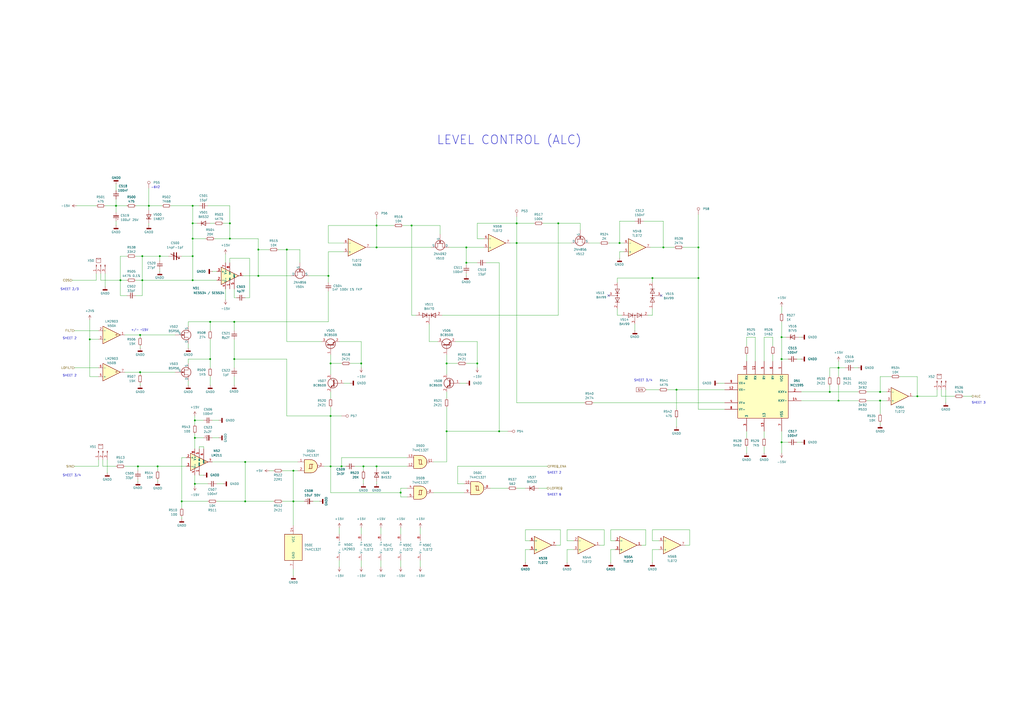
<source format=kicad_sch>
(kicad_sch (version 20250114) (generator "eeschema") (generator_version "9.0")
  (paper "A2")
  (title_block (title "UPL-B1: Level Control (ALC)") (date "2025-11-24") (rev "1.0") (company "BVKSound"))
  (text "SHEET 2" (at 40.386 196.342 0) (effects (font (size 1.27 1.27))))
  (text "+/- ~15V" (at 81.026 191.516 0) (effects (font (size 1.27 1.27))))
  (text "SHEET 2" (at 321.564 274.32 0) (effects (font (size 1.27 1.27))))
  (text "LEVEL CONTROL (ALC)" (at 295.402 81.28 0) (effects (font (size 5.08 5.08) (thickness 0.254) (bold yes))))
  (text "SHEET 2/3" (at 40.386 167.894 0) (effects (font (size 1.27 1.27))))
  (text "SHEET 3/4" (at 373.126 220.726 0) (effects (font (size 1.27 1.27))))
  (text "SHEET 6" (at 321.564 287.02 0) (effects (font (size 1.27 1.27))))
  (text "-6V2" (at 90.17 108.712 0) (effects (font (size 1.27 1.27))))
  (text "SHEET 3/4" (at 41.656 275.844 0) (effects (font (size 1.27 1.27))))
  (text "SHEET 3" (at 567.69 233.68 0) (effects (font (size 1.27 1.27))))
  (text "SHEET 2" (at 40.386 217.932 0) (effects (font (size 1.27 1.27))))
  (junction (at 92.71 148.59))
  (junction (at 91.44 270.51))
  (junction (at 190.5 160.02))
  (junction (at 69.85 162.56))
  (junction (at 270.51 143.51))
  (junction (at 111.76 148.59))
  (junction (at 135.89 208.28))
  (junction (at 453.39 195.58))
  (junction (at 111.76 119.38))
  (junction (at 405.13 161.29))
  (junction (at 510.54 227.33))
  (junction (at 210.82 270.51))
  (junction (at 82.55 162.56))
  (junction (at 170.18 273.05))
  (junction (at 113.03 254))
  (junction (at 218.44 143.51))
  (junction (at 149.86 144.78))
  (junction (at 121.92 208.28))
  (junction (at 510.54 232.41))
  (junction (at 86.36 119.38))
  (junction (at 209.55 210.82))
  (junction (at 384.81 143.51))
  (junction (at 405.13 143.51))
  (junction (at 105.41 290.83))
  (junction (at 133.35 138.43))
  (junction (at 80.01 270.51))
  (junction (at 111.76 129.54))
  (junction (at 149.86 160.02))
  (junction (at 166.37 144.78))
  (junction (at 270.51 152.4))
  (junction (at 232.41 285.75))
  (junction (at 218.44 270.51))
  (junction (at 481.33 227.33))
  (junction (at 111.76 162.56))
  (junction (at 52.07 196.85))
  (junction (at 238.76 130.81))
  (junction (at 486.41 232.41))
  (junction (at 453.39 208.28))
  (junction (at 142.24 267.97))
  (junction (at 170.18 290.83))
  (junction (at 359.41 140.97))
  (junction (at 82.55 148.59))
  (junction (at 113.03 243.84))
  (junction (at 135.89 186.69))
  (junction (at 259.08 210.82))
  (junction (at 113.03 280.67))
  (junction (at 276.86 210.82))
  (junction (at 81.28 215.9))
  (junction (at 392.43 226.06))
  (junction (at 323.85 129.54))
  (junction (at 289.56 250.19))
  (junction (at 191.77 210.82))
  (junction (at 111.76 138.43))
  (junction (at 486.41 213.36))
  (junction (at 532.13 229.87))
  (junction (at 191.77 241.3))
  (junction (at 378.46 161.29))
  (junction (at 218.44 130.81))
  (junction (at 453.39 256.54))
  (junction (at 191.77 270.51))
  (junction (at 133.35 129.54))
  (junction (at 81.28 194.31))
  (junction (at 299.72 129.54))
  (junction (at 121.92 186.69))
  (junction (at 259.08 250.19))
  (junction (at 142.24 290.83))
  (junction (at 67.31 119.38))
  (junction (at 198.12 270.51))
  (junction (at 299.72 140.97))
  (no_connect (at 353.06 171.45))
  (no_connect (at 383.54 171.45))
  (wire (pts (xy 238.76 182.88) (xy 241.3 182.88)))
  (wire (pts (xy 332.74 313.69) (xy 328.93 313.69)))
  (wire (pts (xy 91.44 278.13) (xy 91.44 279.4)))
  (wire (pts (xy 400.05 316.23) (xy 397.51 316.23)))
  (wire (pts (xy 218.44 143.51) (xy 214.63 143.51)))
  (wire (pts (xy 135.89 196.85) (xy 135.89 208.28)))
  (wire (pts (xy 135.89 191.77) (xy 135.89 186.69)))
  (wire (pts (xy 111.76 129.54) (xy 114.3 129.54)))
  (wire (pts (xy 170.18 290.83) (xy 176.53 290.83)))
  (wire (pts (xy 497.84 227.33) (xy 481.33 227.33)))
  (wire (pts (xy 299.72 129.54) (xy 309.88 129.54)))
  (wire (pts (xy 270.51 210.82) (xy 276.86 210.82)))
  (wire (pts (xy 464.82 227.33) (xy 481.33 227.33)))
  (wire (pts (xy 453.39 250.19) (xy 453.39 256.54)))
  (wire (pts (xy 259.08 250.19) (xy 289.56 250.19)))
  (wire (pts (xy 59.69 270.51) (xy 67.31 270.51)))
  (wire (pts (xy 142.24 267.97) (xy 123.19 267.97)))
  (wire (pts (xy 43.18 191.77) (xy 57.15 191.77)))
  (wire (pts (xy 281.94 152.4) (xy 289.56 152.4)))
  (wire (pts (xy 191.77 241.3) (xy 198.12 241.3)))
  (wire (pts (xy 111.76 129.54) (xy 111.76 138.43)))
  (wire (pts (xy 243.84 325.12) (xy 243.84 328.93)))
  (wire (pts (xy 220.98 325.12) (xy 220.98 328.93)))
  (wire (pts (xy 81.28 215.9) (xy 101.6 215.9)))
  (wire (pts (xy 433.07 195.58) (xy 438.15 195.58)))
  (wire (pts (xy 111.76 119.38) (xy 115.57 119.38)))
  (wire (pts (xy 81.28 194.31) (xy 101.6 194.31)))
  (wire (pts (xy 142.24 290.83) (xy 158.75 290.83)))
  (wire (pts (xy 125.73 290.83) (xy 142.24 290.83)))
  (wire (pts (xy 91.44 270.51) (xy 80.01 270.51)))
  (wire (pts (xy 52.07 185.42) (xy 52.07 196.85)))
  (wire (pts (xy 354.33 307.34) (xy 374.65 307.34)))
  (wire (pts (xy 420.37 237.49) (xy 405.13 237.49)))
  (wire (pts (xy 52.07 196.85) (xy 52.07 218.44)))
  (wire (pts (xy 113.03 243.84) (xy 113.03 246.38)))
  (wire (pts (xy 448.31 195.58) (xy 443.23 195.58)))
  (wire (pts (xy 44.45 119.38) (xy 55.88 119.38)))
  (wire (pts (xy 378.46 313.69) (xy 378.46 307.34)))
  (wire (pts (xy 72.39 194.31) (xy 81.28 194.31)))
  (wire (pts (xy 109.22 186.69) (xy 121.92 186.69)))
  (wire (pts (xy 359.41 146.05) (xy 361.95 146.05)))
  (wire (pts (xy 486.41 209.55) (xy 486.41 213.36)))
  (wire (pts (xy 142.24 172.72) (xy 144.78 172.72)))
  (wire (pts (xy 170.18 273.05) (xy 172.72 273.05)))
  (wire (pts (xy 350.52 307.34) (xy 350.52 316.23)))
  (wire (pts (xy 140.97 160.02) (xy 149.86 160.02)))
  (wire (pts (xy 52.07 218.44) (xy 57.15 218.44)))
  (wire (pts (xy 218.44 271.78) (xy 218.44 270.51)))
  (wire (pts (xy 323.85 129.54) (xy 314.96 129.54)))
  (wire (pts (xy 62.23 266.7) (xy 62.23 274.32)))
  (wire (pts (xy 163.83 273.05) (xy 170.18 273.05)))
  (wire (pts (xy 121.92 218.44) (xy 121.92 223.52)))
  (wire (pts (xy 495.3 213.36) (xy 497.84 213.36)))
  (wire (pts (xy 516.89 218.44) (xy 510.54 218.44)))
  (wire (pts (xy 59.69 266.7) (xy 59.69 270.51)))
  (wire (pts (xy 210.82 273.05) (xy 210.82 270.51)))
  (wire (pts (xy 133.35 119.38) (xy 133.35 129.54)))
  (wire (pts (xy 149.86 138.43) (xy 149.86 144.78)))
  (wire (pts (xy 82.55 148.59) (xy 92.71 148.59)))
  (wire (pts (xy 384.81 128.27) (xy 384.81 143.51)))
  (wire (pts (xy 60.96 158.75) (xy 60.96 166.37)))
  (wire (pts (xy 191.77 241.3) (xy 191.77 270.51)))
  (wire (pts (xy 82.55 162.56) (xy 111.76 162.56)))
  (wire (pts (xy 510.54 232.41) (xy 514.35 232.41)))
  (wire (pts (xy 453.39 177.8) (xy 453.39 181.61)))
  (wire (pts (xy 86.36 129.54) (xy 86.36 130.81)))
  (wire (pts (xy 113.03 254) (xy 118.11 254)))
  (wire (pts (xy 166.37 241.3) (xy 191.77 241.3)))
  (wire (pts (xy 86.36 119.38) (xy 93.98 119.38)))
  (wire (pts (xy 378.46 161.29) (xy 378.46 163.83)))
  (wire (pts (xy 558.8 229.87) (xy 563.88 229.87)))
  (wire (pts (xy 73.66 171.45) (xy 69.85 171.45)))
  (wire (pts (xy 317.5 270.51) (xy 265.43 270.51)))
  (wire (pts (xy 265.43 210.82) (xy 259.08 210.82)))
  (wire (pts (xy 433.07 200.66) (xy 433.07 195.58)))
  (wire (pts (xy 72.39 270.51) (xy 80.01 270.51)))
  (wire (pts (xy 135.89 208.28) (xy 166.37 208.28)))
  (wire (pts (xy 232.41 283.21) (xy 232.41 285.75)))
  (wire (pts (xy 123.19 243.84) (xy 127 243.84)))
  (wire (pts (xy 81.28 222.25) (xy 81.28 223.52)))
  (wire (pts (xy 433.07 250.19) (xy 433.07 254)))
  (wire (pts (xy 299.72 233.68) (xy 299.72 140.97)))
  (wire (pts (xy 200.66 270.51) (xy 198.12 270.51)))
  (wire (pts (xy 251.46 267.97) (xy 259.08 267.97)))
  (wire (pts (xy 276.86 198.12) (xy 264.16 198.12)))
  (wire (pts (xy 416.56 222.25) (xy 420.37 222.25)))
  (wire (pts (xy 173.99 144.78) (xy 166.37 144.78)))
  (wire (pts (xy 58.42 158.75) (xy 58.42 162.56)))
  (wire (pts (xy 73.66 148.59) (xy 69.85 148.59)))
  (wire (pts (xy 135.89 208.28) (xy 135.89 213.36)))
  (wire (pts (xy 438.15 195.58) (xy 438.15 209.55)))
  (wire (pts (xy 328.93 326.39) (xy 328.93 318.77)))
  (wire (pts (xy 113.03 280.67) (xy 120.65 280.67)))
  (wire (pts (xy 276.86 210.82) (xy 276.86 213.36)))
  (wire (pts (xy 209.55 198.12) (xy 196.85 198.12)))
  (wire (pts (xy 276.86 210.82) (xy 276.86 198.12)))
  (wire (pts (xy 60.96 119.38) (xy 67.31 119.38)))
  (wire (pts (xy 339.09 233.68) (xy 299.72 233.68)))
  (wire (pts (xy 191.77 227.33) (xy 191.77 231.14)))
  (wire (pts (xy 149.86 144.78) (xy 156.21 144.78)))
  (wire (pts (xy 304.8 313.69) (xy 304.8 307.34)))
  (wire (pts (xy 232.41 285.75) (xy 232.41 288.29)))
  (wire (pts (xy 191.77 270.51) (xy 191.77 285.75)))
  (wire (pts (xy 510.54 227.33) (xy 514.35 227.33)))
  (wire (pts (xy 170.18 290.83) (xy 170.18 273.05)))
  (wire (pts (xy 546.1 226.06) (xy 546.1 229.87)))
  (wire (pts (xy 238.76 130.81) (xy 238.76 182.88)))
  (wire (pts (xy 125.73 280.67) (xy 129.54 280.67)))
  (wire (pts (xy 328.93 313.69) (xy 328.93 307.34)))
  (wire (pts (xy 123.19 254) (xy 127 254)))
  (wire (pts (xy 43.18 270.51) (xy 57.15 270.51)))
  (wire (pts (xy 546.1 229.87) (xy 553.72 229.87)))
  (wire (pts (xy 198.12 270.51) (xy 191.77 270.51)))
  (wire (pts (xy 486.41 213.36) (xy 490.22 213.36)))
  (wire (pts (xy 236.22 265.43) (xy 198.12 265.43)))
  (wire (pts (xy 453.39 186.69) (xy 453.39 195.58)))
  (wire (pts (xy 80.01 273.05) (xy 80.01 270.51)))
  (wire (pts (xy 374.65 307.34) (xy 374.65 316.23)))
  (wire (pts (xy 81.28 194.31) (xy 81.28 195.58)))
  (wire (pts (xy 135.89 186.69) (xy 121.92 186.69)))
  (wire (pts (xy 80.01 278.13) (xy 80.01 279.4)))
  (wire (pts (xy 328.93 318.77) (xy 332.74 318.77)))
  (wire (pts (xy 543.56 229.87) (xy 543.56 226.06)))
  (wire (pts (xy 341.63 140.97) (xy 347.98 140.97)))
  (wire (pts (xy 453.39 208.28) (xy 457.2 208.28)))
  (wire (pts (xy 378.46 326.39) (xy 378.46 318.77)))
  (wire (pts (xy 443.23 195.58) (xy 443.23 209.55)))
  (wire (pts (xy 276.86 129.54) (xy 299.72 129.54)))
  (wire (pts (xy 115.57 260.35) (xy 115.57 259.08)))
  (wire (pts (xy 532.13 229.87) (xy 543.56 229.87)))
  (wire (pts (xy 486.41 213.36) (xy 486.41 218.44)))
  (wire (pts (xy 179.07 160.02) (xy 190.5 160.02)))
  (wire (pts (xy 149.86 144.78) (xy 149.86 160.02)))
  (wire (pts (xy 259.08 227.33) (xy 259.08 231.14)))
  (wire (pts (xy 378.46 318.77) (xy 382.27 318.77)))
  (wire (pts (xy 353.06 140.97) (xy 359.41 140.97)))
  (wire (pts (xy 115.57 275.59) (xy 118.11 275.59)))
  (wire (pts (xy 196.85 306.07) (xy 196.85 309.88)))
  (wire (pts (xy 58.42 162.56) (xy 69.85 162.56)))
  (wire (pts (xy 111.76 162.56) (xy 125.73 162.56)))
  (wire (pts (xy 358.14 161.29) (xy 378.46 161.29)))
  (wire (pts (xy 199.39 222.25) (xy 203.2 222.25)))
  (wire (pts (xy 270.51 143.51) (xy 280.67 143.51)))
  (wire (pts (xy 130.81 147.32) (xy 130.81 152.4)))
  (wire (pts (xy 78.74 162.56) (xy 82.55 162.56)))
  (wire (pts (xy 443.23 259.08) (xy 443.23 262.89)))
  (wire (pts (xy 198.12 265.43) (xy 198.12 270.51)))
  (wire (pts (xy 113.03 251.46) (xy 113.03 254)))
  (wire (pts (xy 111.76 119.38) (xy 111.76 129.54)))
  (wire (pts (xy 307.34 313.69) (xy 304.8 313.69)))
  (wire (pts (xy 358.14 163.83) (xy 358.14 161.29)))
  (wire (pts (xy 510.54 245.11) (xy 510.54 246.38)))
  (wire (pts (xy 378.46 161.29) (xy 405.13 161.29)))
  (wire (pts (xy 133.35 149.86) (xy 133.35 152.4)))
  (wire (pts (xy 374.65 226.06) (xy 382.27 226.06)))
  (wire (pts (xy 382.27 313.69) (xy 378.46 313.69)))
  (wire (pts (xy 532.13 218.44) (xy 532.13 229.87)))
  (wire (pts (xy 259.08 267.97) (xy 259.08 250.19)))
  (wire (pts (xy 156.21 273.05) (xy 158.75 273.05)))
  (wire (pts (xy 400.05 307.34) (xy 400.05 316.23)))
  (wire (pts (xy 392.43 242.57) (xy 392.43 247.65)))
  (wire (pts (xy 462.28 256.54) (xy 464.82 256.54)))
  (wire (pts (xy 392.43 226.06) (xy 420.37 226.06)))
  (wire (pts (xy 405.13 161.29) (xy 405.13 143.51)))
  (wire (pts (xy 109.22 199.39) (xy 109.22 201.93)))
  (wire (pts (xy 270.51 152.4) (xy 270.51 153.67)))
  (wire (pts (xy 350.52 316.23) (xy 347.98 316.23)))
  (wire (pts (xy 149.86 160.02) (xy 168.91 160.02)))
  (wire (pts (xy 105.41 290.83) (xy 105.41 294.64)))
  (wire (pts (xy 67.31 110.49) (xy 67.31 106.68)))
  (wire (pts (xy 270.51 152.4) (xy 276.86 152.4)))
  (wire (pts (xy 190.5 130.81) (xy 218.44 130.81)))
  (wire (pts (xy 109.22 220.98) (xy 109.22 223.52)))
  (wire (pts (xy 109.22 208.28) (xy 121.92 208.28)))
  (wire (pts (xy 113.03 254) (xy 113.03 260.35)))
  (wire (pts (xy 67.31 115.57) (xy 67.31 119.38)))
  (wire (pts (xy 248.92 187.96) (xy 248.92 198.12)))
  (wire (pts (xy 135.89 218.44) (xy 135.89 223.52)))
  (wire (pts (xy 166.37 144.78) (xy 161.29 144.78)))
  (wire (pts (xy 359.41 140.97) (xy 361.95 140.97)))
  (wire (pts (xy 220.98 306.07) (xy 220.98 309.88)))
  (wire (pts (xy 142.24 290.83) (xy 142.24 267.97)))
  (wire (pts (xy 120.65 119.38) (xy 133.35 119.38)))
  (wire (pts (xy 232.41 325.12) (xy 232.41 328.93)))
  (wire (pts (xy 190.5 146.05) (xy 199.39 146.05)))
  (wire (pts (xy 448.31 205.74) (xy 448.31 209.55)))
  (wire (pts (xy 360.68 182.88) (xy 358.14 182.88)))
  (wire (pts (xy 190.5 160.02) (xy 190.5 146.05)))
  (wire (pts (xy 109.22 210.82) (xy 109.22 208.28)))
  (wire (pts (xy 232.41 288.29) (xy 236.22 288.29)))
  (wire (pts (xy 359.41 128.27) (xy 359.41 140.97)))
  (wire (pts (xy 259.08 250.19) (xy 259.08 236.22)))
  (wire (pts (xy 481.33 227.33) (xy 481.33 223.52)))
  (wire (pts (xy 190.5 186.69) (xy 135.89 186.69)))
  (wire (pts (xy 295.91 140.97) (xy 299.72 140.97)))
  (wire (pts (xy 529.59 229.87) (xy 532.13 229.87)))
  (wire (pts (xy 133.35 138.43) (xy 149.86 138.43)))
  (wire (pts (xy 91.44 270.51) (xy 107.95 270.51)))
  (wire (pts (xy 181.61 290.83) (xy 185.42 290.83)))
  (wire (pts (xy 218.44 130.81) (xy 228.6 130.81)))
  (wire (pts (xy 218.44 130.81) (xy 218.44 143.51)))
  (wire (pts (xy 356.87 313.69) (xy 354.33 313.69)))
  (wire (pts (xy 304.8 307.34) (xy 325.12 307.34)))
  (wire (pts (xy 299.72 140.97) (xy 299.72 129.54)))
  (wire (pts (xy 238.76 130.81) (xy 255.27 130.81)))
  (wire (pts (xy 243.84 306.07) (xy 243.84 309.88)))
  (wire (pts (xy 111.76 148.59) (xy 111.76 162.56)))
  (wire (pts (xy 259.08 210.82) (xy 259.08 217.17)))
  (wire (pts (xy 57.15 270.51) (xy 57.15 266.7)))
  (wire (pts (xy 118.11 259.08) (xy 118.11 260.35)))
  (wire (pts (xy 368.3 187.96) (xy 368.3 191.77)))
  (wire (pts (xy 453.39 208.28) (xy 453.39 209.55)))
  (wire (pts (xy 69.85 148.59) (xy 69.85 162.56)))
  (wire (pts (xy 232.41 306.07) (xy 232.41 309.88)))
  (wire (pts (xy 69.85 171.45) (xy 69.85 162.56)))
  (wire (pts (xy 443.23 250.19) (xy 443.23 254)))
  (wire (pts (xy 142.24 267.97) (xy 172.72 267.97)))
  (wire (pts (xy 190.5 168.91) (xy 190.5 186.69)))
  (wire (pts (xy 336.55 129.54) (xy 323.85 129.54)))
  (wire (pts (xy 81.28 200.66) (xy 81.28 201.93)))
  (wire (pts (xy 43.18 213.36) (xy 57.15 213.36)))
  (wire (pts (xy 99.06 119.38) (xy 111.76 119.38)))
  (wire (pts (xy 481.33 218.44) (xy 481.33 213.36)))
  (wire (pts (xy 289.56 250.19) (xy 294.64 250.19)))
  (wire (pts (xy 67.31 119.38) (xy 67.31 123.19)))
  (wire (pts (xy 41.91 162.56) (xy 55.88 162.56)))
  (wire (pts (xy 166.37 208.28) (xy 166.37 241.3)))
  (wire (pts (xy 92.71 151.13) (xy 92.71 148.59)))
  (wire (pts (xy 486.41 223.52) (xy 486.41 232.41)))
  (wire (pts (xy 113.03 275.59) (xy 113.03 280.67)))
  (wire (pts (xy 265.43 280.67) (xy 269.24 280.67)))
  (wire (pts (xy 92.71 148.59) (xy 97.79 148.59)))
  (wire (pts (xy 251.46 285.75) (xy 269.24 285.75)))
  (wire (pts (xy 218.44 270.51) (xy 210.82 270.51)))
  (wire (pts (xy 78.74 119.38) (xy 86.36 119.38)))
  (wire (pts (xy 191.77 210.82) (xy 191.77 217.17)))
  (wire (pts (xy 82.55 148.59) (xy 82.55 162.56)))
  (wire (pts (xy 299.72 283.21) (xy 304.8 283.21)))
  (wire (pts (xy 121.92 129.54) (xy 124.46 129.54)))
  (wire (pts (xy 82.55 171.45) (xy 82.55 162.56)))
  (wire (pts (xy 265.43 270.51) (xy 265.43 280.67)))
  (wire (pts (xy 170.18 330.2) (xy 170.18 334.01)))
  (wire (pts (xy 67.31 119.38) (xy 73.66 119.38)))
  (wire (pts (xy 81.28 215.9) (xy 81.28 217.17)))
  (wire (pts (xy 405.13 237.49) (xy 405.13 161.29)))
  (wire (pts (xy 375.92 182.88) (xy 378.46 182.88)))
  (wire (pts (xy 190.5 163.83) (xy 190.5 160.02)))
  (wire (pts (xy 52.07 196.85) (xy 57.15 196.85)))
  (wire (pts (xy 233.68 130.81) (xy 238.76 130.81)))
  (wire (pts (xy 299.72 125.73) (xy 299.72 129.54)))
  (wire (pts (xy 209.55 210.82) (xy 209.55 213.36)))
  (wire (pts (xy 453.39 195.58) (xy 453.39 208.28)))
  (wire (pts (xy 358.14 182.88) (xy 358.14 179.07)))
  (wire (pts (xy 144.78 172.72) (xy 144.78 149.86)))
  (wire (pts (xy 325.12 307.34) (xy 325.12 316.23)))
  (wire (pts (xy 270.51 158.75) (xy 270.51 160.02)))
  (wire (pts (xy 86.36 109.22) (xy 86.36 119.38)))
  (wire (pts (xy 170.18 290.83) (xy 170.18 304.8)))
  (wire (pts (xy 133.35 129.54) (xy 133.35 138.43)))
  (wire (pts (xy 91.44 273.05) (xy 91.44 270.51)))
  (wire (pts (xy 256.54 182.88) (xy 323.85 182.88)))
  (wire (pts (xy 190.5 140.97) (xy 190.5 130.81)))
  (wire (pts (xy 113.03 280.67) (xy 113.03 281.94)))
  (wire (pts (xy 72.39 215.9) (xy 81.28 215.9)))
  (wire (pts (xy 133.35 129.54) (xy 129.54 129.54)))
  (wire (pts (xy 259.08 210.82) (xy 259.08 205.74)))
  (wire (pts (xy 368.3 128.27) (xy 359.41 128.27)))
  (wire (pts (xy 209.55 210.82) (xy 209.55 198.12)))
  (wire (pts (xy 312.42 283.21) (xy 317.5 283.21)))
  (wire (pts (xy 354.33 313.69) (xy 354.33 307.34)))
  (wire (pts (xy 218.44 127) (xy 218.44 130.81)))
  (wire (pts (xy 123.19 157.48) (xy 125.73 157.48)))
  (wire (pts (xy 86.36 119.38) (xy 86.36 121.92)))
  (wire (pts (xy 199.39 140.97) (xy 190.5 140.97)))
  (wire (pts (xy 299.72 140.97) (xy 331.47 140.97)))
  (wire (pts (xy 328.93 307.34) (xy 350.52 307.34)))
  (wire (pts (xy 135.89 167.64) (xy 135.89 172.72)))
  (wire (pts (xy 55.88 162.56) (xy 55.88 158.75)))
  (wire (pts (xy 144.78 149.86) (xy 133.35 149.86)))
  (wire (pts (xy 392.43 226.06) (xy 387.35 226.06)))
  (wire (pts (xy 304.8 318.77) (xy 307.34 318.77)))
  (wire (pts (xy 392.43 237.49) (xy 392.43 226.06)))
  (wire (pts (xy 433.07 205.74) (xy 433.07 209.55)))
  (wire (pts (xy 198.12 210.82) (xy 191.77 210.82)))
  (wire (pts (xy 115.57 259.08) (xy 118.11 259.08)))
  (wire (pts (xy 453.39 195.58) (xy 455.93 195.58)))
  (wire (pts (xy 236.22 283.21) (xy 232.41 283.21)))
  (wire (pts (xy 464.82 232.41) (xy 486.41 232.41)))
  (wire (pts (xy 186.69 198.12) (xy 166.37 198.12)))
  (wire (pts (xy 284.48 283.21) (xy 294.64 283.21)))
  (wire (pts (xy 384.81 143.51) (xy 377.19 143.51)))
  (wire (pts (xy 405.13 124.46) (xy 405.13 143.51)))
  (wire (pts (xy 236.22 270.51) (xy 218.44 270.51)))
  (wire (pts (xy 130.81 167.64) (xy 130.81 173.99)))
  (wire (pts (xy 276.86 138.43) (xy 276.86 129.54)))
  (wire (pts (xy 354.33 318.77) (xy 356.87 318.77)))
  (wire (pts (xy 113.03 241.3) (xy 113.03 243.84)))
  (wire (pts (xy 196.85 325.12) (xy 196.85 328.93)))
  (wire (pts (xy 67.31 128.27) (xy 67.31 130.81)))
  (wire (pts (xy 187.96 270.51) (xy 191.77 270.51)))
  (wire (pts (xy 453.39 256.54) (xy 453.39 262.89)))
  (wire (pts (xy 344.17 233.68) (xy 420.37 233.68)))
  (wire (pts (xy 135.89 172.72) (xy 137.16 172.72)))
  (wire (pts (xy 373.38 128.27) (xy 384.81 128.27)))
  (wire (pts (xy 374.65 316.23) (xy 372.11 316.23)))
  (wire (pts (xy 378.46 307.34) (xy 400.05 307.34)))
  (wire (pts (xy 280.67 138.43) (xy 276.86 138.43)))
  (wire (pts (xy 323.85 182.88) (xy 323.85 129.54)))
  (wire (pts (xy 462.28 208.28) (xy 464.82 208.28)))
  (wire (pts (xy 218.44 143.51) (xy 250.19 143.51)))
  (wire (pts (xy 453.39 256.54) (xy 457.2 256.54)))
  (wire (pts (xy 266.7 222.25) (xy 270.51 222.25)))
  (wire (pts (xy 248.92 198.12) (xy 254 198.12)))
  (wire (pts (xy 486.41 232.41) (xy 497.84 232.41)))
  (wire (pts (xy 218.44 279.4) (xy 218.44 280.67)))
  (wire (pts (xy 384.81 143.51) (xy 391.16 143.51)))
  (wire (pts (xy 78.74 171.45) (xy 82.55 171.45)))
  (wire (pts (xy 209.55 306.07) (xy 209.55 309.88)))
  (wire (pts (xy 105.41 265.43) (xy 107.95 265.43)))
  (wire (pts (xy 325.12 316.23) (xy 322.58 316.23)))
  (wire (pts (xy 548.64 226.06) (xy 548.64 233.68)))
  (wire (pts (xy 521.97 218.44) (xy 532.13 218.44)))
  (wire (pts (xy 510.54 218.44) (xy 510.54 227.33)))
  (wire (pts (xy 121.92 196.85) (xy 121.92 208.28)))
  (wire (pts (xy 191.77 285.75) (xy 232.41 285.75)))
  (wire (pts (xy 92.71 156.21) (xy 92.71 157.48)))
  (wire (pts (xy 481.33 213.36) (xy 486.41 213.36)))
  (wire (pts (xy 448.31 200.66) (xy 448.31 195.58)))
  (wire (pts (xy 289.56 152.4) (xy 289.56 250.19)))
  (wire (pts (xy 502.92 227.33) (xy 510.54 227.33)))
  (wire (pts (xy 336.55 133.35) (xy 336.55 129.54)))
  (wire (pts (xy 433.07 259.08) (xy 433.07 262.89)))
  (wire (pts (xy 163.83 290.83) (xy 170.18 290.83)))
  (wire (pts (xy 105.41 148.59) (xy 111.76 148.59)))
  (wire (pts (xy 463.55 195.58) (xy 464.82 195.58)))
  (wire (pts (xy 203.2 210.82) (xy 209.55 210.82)))
  (wire (pts (xy 255.27 135.89) (xy 255.27 130.81)))
  (wire (pts (xy 121.92 191.77) (xy 121.92 186.69)))
  (wire (pts (xy 113.03 243.84) (xy 118.11 243.84)))
  (wire (pts (xy 405.13 143.51) (xy 396.24 143.51)))
  (wire (pts (xy 354.33 326.39) (xy 354.33 318.77)))
  (wire (pts (xy 124.46 138.43) (xy 133.35 138.43)))
  (wire (pts (xy 260.35 143.51) (xy 270.51 143.51)))
  (wire (pts (xy 270.51 143.51) (xy 270.51 152.4)))
  (wire (pts (xy 111.76 138.43) (xy 111.76 148.59)))
  (wire (pts (xy 173.99 152.4) (xy 173.99 144.78)))
  (wire (pts (xy 191.77 210.82) (xy 191.77 205.74)))
  (wire (pts (xy 109.22 189.23) (xy 109.22 186.69)))
  (wire (pts (xy 378.46 182.88) (xy 378.46 179.07)))
  (wire (pts (xy 209.55 325.12) (xy 209.55 328.93)))
  (wire (pts (xy 210.82 278.13) (xy 210.82 280.67)))
  (wire (pts (xy 359.41 149.86) (xy 359.41 146.05)))
  (wire (pts (xy 502.92 232.41) (xy 510.54 232.41)))
  (wire (pts (xy 210.82 270.51) (xy 205.74 270.51)))
  (wire (pts (xy 105.41 265.43) (xy 105.41 290.83)))
  (wire (pts (xy 191.77 236.22) (xy 191.77 241.3)))
  (wire (pts (xy 111.76 138.43) (xy 119.38 138.43)))
  (wire (pts (xy 510.54 232.41) (xy 510.54 240.03)))
  (wire (pts (xy 121.92 208.28) (xy 121.92 213.36)))
  (wire (pts (xy 105.41 299.72) (xy 105.41 300.99)))
  (wire (pts (xy 105.41 290.83) (xy 120.65 290.83)))
  (wire (pts (xy 78.74 148.59) (xy 82.55 148.59)))
  (wire (pts (xy 166.37 198.12) (xy 166.37 144.78)))
  (wire (pts (xy 304.8 318.77) (xy 304.8 326.39)))
  (wire (pts (xy 69.85 162.56) (xy 73.66 162.56)))
  (global_label "SIN" (shape input) (at 374.65 226.06 180) (property "Intersheetrefs" "${INTERSHEET_REFS}" (effects (hide yes))))
  (hierarchical_label "SIN" (shape input) (at 43.18 270.51 180))
  (hierarchical_label "FILT" (shape input) (at 43.18 191.77 180))
  (hierarchical_label "LOFREQ" (shape output) (at 317.5 283.21 0))
  (hierarchical_label "COS" (shape input) (at 41.91 162.56 180))
  (hierarchical_label "ALC" (shape output) (at 563.88 229.87 0))
  (hierarchical_label "LOFILT" (shape input) (at 43.18 213.36 180))
  (hierarchical_label "FREQ_ENA" (shape input) (at 317.5 270.51 0))
  (symbol (lib_id "power:GNDD") (at 433.07 262.89 0) (unit 1)
    (property "Reference" "#PWR0182" (effects (hide yes)))
    (property "Value" "GNDD" (at 433.07 266.7 0))
    (property "Description" "Power symbol creates a global label with name \"GNDD\" , digital ground" (effects (hide yes)))
  )
  (symbol (lib_id "Diode:1N4148WT") (at 308.61 283.21 0) (unit 1)
    (property "Reference" "V537" (at 308.61 276.86 0))
    (property "Value" "BAS32" (at 308.61 279.4 0))
    (property "Footprint" "Diode_SMD:D_SOD-523" (effects (hide yes)))
    (property "Datasheet" "https://www.diodes.com/assets/Datasheets/ds30396.pdf" (effects (hide yes)))
    (property "Description" "75V 0.15A Fast switching Diode, SOD-523" (effects (hide yes)))
    (property "Sim.Device" "D" (effects (hide yes)))
    (property "Sim.Pins" "1=K 2=A" (effects (hide yes)))
  )
  (symbol (lib_id "Diode:1N4148WT") (at 118.11 129.54 0) (unit 1)
    (property "Reference" "V501" (at 118.11 123.19 0))
    (property "Value" "BAS32" (at 118.11 125.73 0))
    (property "Footprint" "Diode_SMD:D_SOD-523" (effects (hide yes)))
    (property "Datasheet" "https://www.diodes.com/assets/Datasheets/ds30396.pdf" (effects (hide yes)))
    (property "Description" "75V 0.15A Fast switching Diode, SOD-523" (effects (hide yes)))
    (property "Sim.Device" "D" (effects (hide yes)))
    (property "Sim.Pins" "1=K 2=A" (effects (hide yes)))
  )
  (symbol (lib_id "power:GNDD") (at 416.56 222.25 270) (unit 1)
    (property "Reference" "#PWR0186" (effects (hide yes)))
    (property "Value" "GNDD" (at 412.75 222.2499 90) (effects (justify right)))
    (property "Description" "Power symbol creates a global label with name \"GNDD\" , digital ground" (effects (hide yes)))
  )
  (symbol (lib_id "power:GNDD") (at 92.71 157.48 0) (unit 1)
    (property "Reference" "#PWR0126" (effects (hide yes)))
    (property "Value" "GNDD" (at 95.25 161.036 0) (effects (justify right)))
    (property "Description" "Power symbol creates a global label with name \"GNDD\" , digital ground" (effects (hide yes)))
  )
  (symbol (lib_id "power:GNDD") (at 185.42 290.83 90) (unit 1)
    (property "Reference" "#PWR0154" (effects (hide yes)))
    (property "Value" "GNDD" (at 189.23 290.83 0))
    (property "Description" "Power symbol creates a global label with name \"GNDD\" , digital ground" (effects (hide yes)))
  )
  (symbol (lib_id "74xx:74LS132") (at 170.18 317.5 0) (unit 5)
    (property "Reference" "D50" (at 176.53 316.2299 0) (effects (justify left)))
    (property "Value" "74HC132T" (at 176.53 318.7699 0) (effects (justify left)))
    (property "Datasheet" "http://www.ti.com/lit/gpn/sn74LS132" (effects (hide yes)))
    (property "Description" "Quad 2-input NAND Schmitt trigger" (effects (hide yes)))
  )
  (symbol (lib_id "power:GNDD") (at 328.93 326.39 0) (unit 1)
    (property "Reference" "#PWR0169" (effects (hide yes)))
    (property "Value" "GNDD" (at 328.93 330.2 0))
    (property "Description" "Power symbol creates a global label with name \"GNDD\" , digital ground" (effects (hide yes)))
  )
  (symbol (lib_id "power:GNDD") (at 91.44 279.4 0) (unit 1)
    (property "Reference" "#PWR0149" (effects (hide yes)))
    (property "Value" "GNDD" (at 91.44 283.21 0))
    (property "Description" "Power symbol creates a global label with name \"GNDD\" , digital ground" (effects (hide yes)))
  )
  (symbol (lib_id "74xx:74LS132") (at 276.86 283.21 0) (mirror x) (unit 3)
    (property "Reference" "D50" (at 277.114 274.32 0))
    (property "Value" "74HC132T" (at 277.114 276.86 0))
    (property "Datasheet" "http://www.ti.com/lit/gpn/sn74LS132" (effects (hide yes)))
    (property "Description" "Quad 2-input NAND Schmitt trigger" (effects (hide yes)))
  )
  (symbol (lib_id "Device:R_Small") (at 519.43 218.44 90) (unit 1)
    (property "Reference" "R534" (at 519.43 213.36 90))
    (property "Value" "10K" (at 519.43 215.9 90))
    (property "Description" "Resistor, small symbol" (effects (hide yes)))
  )
  (symbol (lib_id "Device:R_Small") (at 96.52 119.38 90) (unit 1)
    (property "Reference" "R502" (at 96.52 114.3 90))
    (property "Value" "7K68" (at 96.52 116.84 90))
    (property "Description" "Resistor, small symbol" (effects (hide yes)))
  )
  (symbol (lib_id "Amplifier_Operational:TL072") (at 364.49 316.23 0) (mirror x) (unit 1)
    (property "Reference" "N55" (at 364.49 323.088 0))
    (property "Value" "TL072" (at 364.49 325.628 0))
    (property "Datasheet" "http://www.ti.com/lit/ds/symlink/tl071.pdf" (effects (hide yes)))
    (property "Description" "Dual Low-Noise JFET-Input Operational Amplifiers, DIP-8/SOIC-8" (effects (hide yes)))
  )
  (symbol (lib_id "Device:R_Small") (at 443.23 256.54 0) (mirror x) (unit 1)
    (property "Reference" "R529" (at 440.436 255.778 0) (effects (justify right)))
    (property "Value" "7K5" (at 440.436 258.318 0) (effects (justify right)))
    (property "Description" "Resistor, small symbol" (effects (hide yes)))
  )
  (symbol (lib_id "power:+5V") (at 220.98 306.07 0) (unit 1)
    (property "Reference" "#PWR0167" (effects (hide yes)))
    (property "Value" "+15V" (at 220.98 300.99 0))
    (property "Description" "Power symbol creates a global label with name \"+5V\"" (effects (hide yes)))
  )
  (symbol (lib_id "Simulation_SPICE:NJFET") (at 173.99 157.48 90) (mirror x) (unit 1)
    (property "Reference" "V504" (at 173.99 166.37 90))
    (property "Value" "2N4856" (at 173.99 163.83 90))
    (property "Datasheet" "https://www.mouser.de/datasheet/3/282/1/2N4091-2N4093-MIL-PRF-19500-431.PDF" (effects (hide yes)))
    (property "Description" "N-JFET transistor, for simulation only" (effects (hide yes)))
    (property "Sim.Device" "NJFET" (effects (hide yes)))
    (property "Sim.Type" "SHICHMANHODGES" (effects (hide yes)))
    (property "Sim.Pins" "1=D 2=G 3=S" (effects (hide yes)))
  )
  (symbol (lib_id "Device:R_Small") (at 121.92 194.31 0) (mirror x) (unit 1)
    (property "Reference" "R508" (at 119.38 193.0399 0) (effects (justify right)))
    (property "Value" "274" (at 119.38 195.5799 0) (effects (justify right)))
    (property "Description" "Resistor, small symbol" (effects (hide yes)))
  )
  (symbol (lib_id "power:+5V") (at 232.41 328.93 180) (unit 1)
    (property "Reference" "#PWR0165" (effects (hide yes)))
    (property "Value" "-15V" (at 232.41 334.01 0))
    (property "Description" "Power symbol creates a global label with name \"+5V\"" (effects (hide yes)))
  )
  (symbol (lib_id "power:GNDD") (at 203.2 222.25 90) (unit 1)
    (property "Reference" "#PWR0152" (effects (hide yes)))
    (property "Value" "GNDD" (at 207.01 222.2499 90) (effects (justify right)))
    (property "Description" "Power symbol creates a global label with name \"GNDD\" , digital ground" (effects (hide yes)))
  )
  (symbol (lib_id "Device:R_Small") (at 210.82 275.59 0) (mirror x) (unit 1)
    (property "Reference" "R523" (at 208.28 274.3199 0) (effects (justify right)))
    (property "Value" "20K" (at 208.28 276.8599 0) (effects (justify right)))
    (property "Description" "Resistor, small symbol" (effects (hide yes)))
  )
  (symbol (lib_id "Device:R_Small") (at 500.38 232.41 90) (mirror x) (unit 1)
    (property "Reference" "R533" (at 500.38 237.49 90))
    (property "Value" "3K92" (at 500.38 234.95 90))
    (property "Description" "Resistor, small symbol" (effects (hide yes)))
  )
  (symbol (lib_id "Simulation_SPICE:NJFET") (at 336.55 138.43 90) (mirror x) (unit 1)
    (property "Reference" "V512" (at 336.55 147.32 90))
    (property "Value" "2N4856" (at 336.55 144.78 90))
    (property "Datasheet" "https://www.mouser.de/datasheet/3/282/1/2N4091-2N4093-MIL-PRF-19500-431.PDF" (effects (hide yes)))
    (property "Description" "N-JFET transistor, for simulation only" (effects (hide yes)))
    (property "Sim.Device" "NJFET" (effects (hide yes)))
    (property "Sim.Type" "SHICHMANHODGES" (effects (hide yes)))
    (property "Sim.Pins" "1=D 2=G 3=S" (effects (hide yes)))
  )
  (symbol (lib_id "Device:R_Small") (at 350.52 140.97 90) (unit 1)
    (property "Reference" "R524" (at 350.52 135.89 90))
    (property "Value" "2K" (at 350.52 138.43 90))
    (property "Description" "Resistor, small symbol" (effects (hide yes)))
  )
  (symbol (lib_id "Connector:TestPoint") (at 294.64 250.19 270) (unit 1)
    (property "Reference" "P54" (at 299.72 250.1899 90) (effects (justify left)))
    (property "Value" "TestPoint" (effects (hide yes)))
    (property "Description" "test point" (effects (hide yes)))
  )
  (symbol (lib_id "UPL_B1:Conn_01x03_Pin_Bridge") (at 59.69 261.62 90) (mirror x) (unit 1)
    (property "Reference" "X51" (at 55.88 259.118 90) (effects (justify left)))
    (property "Value" "Conn_01x03_Pin_Bridge" (effects (hide yes)))
    (property "Footprint" "Connector_PinHeader_2.54mm:PinHeader_1x03_P2.54mm_Vertical" (effects (hide yes)))
    (property "Description" "Generic connector, single row, 01x03, script generated" (effects (hide yes)))
  )
  (symbol (lib_id "Device:C_Small") (at 76.2 171.45 90) (unit 1)
    (property "Reference" "C502" (at 76.2 166.116 90))
    (property "Value" "33pF" (at 76.2 168.656 90))
    (property "Description" "Unpolarized capacitor, small symbol" (effects (hide yes)))
  )
  (symbol (lib_id "Device:D_Zener") (at 86.36 125.73 90) (unit 1)
    (property "Reference" "V500" (at 88.9 124.4599 90) (effects (justify right)))
    (property "Value" "1N827" (at 88.9 126.9999 90) (effects (justify right)))
    (property "Datasheet" "https://ww1.microchip.com/downloads/aemDocuments/documents/HRDS/ProductDocuments/DataSheets/1N821-1N829A-1.pdf" (effects (hide yes)))
    (property "Description" "Zener diode" (effects (hide yes)))
  )
  (symbol (lib_id "Amplifier_Operational:TL072") (at 288.29 140.97 0) (mirror x) (unit 2)
    (property "Reference" "N55" (at 288.544 131.318 0))
    (property "Value" "TL072" (at 288.544 133.858 0))
    (property "Datasheet" "http://www.ti.com/lit/ds/symlink/tl071.pdf" (effects (hide yes)))
    (property "Description" "Dual Low-Noise JFET-Input Operational Amplifiers, DIP-8/SOIC-8" (effects (hide yes)))
  )
  (symbol (lib_id "Device:R_Small") (at 161.29 290.83 90) (mirror x) (unit 1)
    (property "Reference" "R512" (at 161.29 293.37 90))
    (property "Value" "2K21" (at 161.29 295.91 90))
    (property "Description" "Resistor, small symbol" (effects (hide yes)))
  )
  (symbol (lib_id "power:+5V") (at 209.55 213.36 180) (unit 1)
    (property "Reference" "#PWR0151" (effects (hide yes)))
    (property "Value" "-15V" (at 209.55 218.44 0))
    (property "Description" "Power symbol creates a global label with name \"+5V\"" (effects (hide yes)))
  )
  (symbol (lib_id "power:GNDD") (at 123.19 157.48 270) (unit 1)
    (property "Reference" "#PWR0123" (effects (hide yes)))
    (property "Value" "GNDD" (at 119.38 157.4799 90) (effects (justify right)))
    (property "Description" "Power symbol creates a global label with name \"GNDD\" , digital ground" (effects (hide yes)))
  )
  (symbol (lib_id "power:+5V") (at 453.39 177.8 0) (unit 1)
    (property "Reference" "#PWR0181" (effects (hide yes)))
    (property "Value" "+15V" (at 453.39 172.72 0))
    (property "Description" "Power symbol creates a global label with name \"+5V\"" (effects (hide yes)))
  )
  (symbol (lib_id "power:GNDD") (at 109.22 223.52 0) (unit 1)
    (property "Reference" "#PWR0132" (effects (hide yes)))
    (property "Value" "GNDD" (at 109.22 227.33 0))
    (property "Description" "Power symbol creates a global label with name \"GNDD\" , digital ground" (effects (hide yes)))
  )
  (symbol (lib_id "power:GNDD") (at 62.23 274.32 0) (unit 1)
    (property "Reference" "#PWR0147" (effects (hide yes)))
    (property "Value" "GNDD" (at 62.23 278.13 0))
    (property "Description" "Power symbol creates a global label with name \"GNDD\" , digital ground" (effects (hide yes)))
  )
  (symbol (lib_id "Device:C_Polarized_Small") (at 67.31 125.73 180) (unit 1)
    (property "Reference" "C519" (at 69.85 125.006 0) (effects (justify right)))
    (property "Value" "100uF 25V" (at 69.85 127.546 0) (effects (justify right)))
    (property "Description" "Polarized capacitor, small symbol" (effects (hide yes)))
  )
  (symbol (lib_id "Transistor_BJT:BC850") (at 191.77 200.66 90) (unit 1)
    (property "Reference" "V505" (at 191.77 191.77 90))
    (property "Value" "BC850B" (at 191.77 194.31 90))
    (property "Footprint" "Package_TO_SOT_SMD:SOT-23" (effects (hide yes)))
    (property "Datasheet" "http://www.infineon.com/dgdl/Infineon-BC847SERIES_BC848SERIES_BC849SERIES_BC850SERIES-DS-v01_01-en.pdf?fileId=db3a304314dca389011541d4630a1657" (effects (hide yes)))
    (property "Description" "0.1A Ic, 45V Vce, NPN Transistor, SOT-23" (effects (hide yes)))
  )
  (symbol (lib_id "Device:C_Small") (at 135.89 194.31 0) (unit 1)
    (property "Reference" "C521" (at 131.064 193.294 0))
    (property "Value" "8p2F" (at 131.064 195.834 0))
    (property "Description" "Unpolarized capacitor, small symbol" (effects (hide yes)))
  )
  (symbol (lib_id "power:+5V") (at 196.85 328.93 180) (unit 1)
    (property "Reference" "#PWR0140" (effects (hide yes)))
    (property "Value" "-15V" (at 196.85 334.01 0))
    (property "Description" "Power symbol creates a global label with name \"+5V\"" (effects (hide yes)))
  )
  (symbol (lib_id "power:GNDD") (at 464.82 208.28 90) (unit 1)
    (property "Reference" "#PWR0179" (effects (hide yes)))
    (property "Value" "GNDD" (at 468.63 208.2799 90) (effects (justify right)))
    (property "Description" "Power symbol creates a global label with name \"GNDD\" , digital ground" (effects (hide yes)))
  )
  (symbol (lib_id "power:GNDD") (at 135.89 223.52 0) (unit 1)
    (property "Reference" "#PWR0134" (effects (hide yes)))
    (property "Value" "GNDD" (at 138.43 227.076 0) (effects (justify right)))
    (property "Description" "Power symbol creates a global label with name \"GNDD\" , digital ground" (effects (hide yes)))
  )
  (symbol (lib_id "Connector:TestPoint") (at 86.36 109.22 0) (unit 1)
    (property "Reference" "P55" (at 88.9 105.9179 0) (effects (justify left)))
    (property "Value" "TestPoint" (effects (hide yes)))
    (property "Description" "test point" (effects (hide yes)))
  )
  (symbol (lib_id "power:+5V") (at 232.41 306.07 0) (unit 1)
    (property "Reference" "#PWR0164" (effects (hide yes)))
    (property "Value" "+15V" (at 232.41 300.99 0))
    (property "Description" "Power symbol creates a global label with name \"+5V\"" (effects (hide yes)))
  )
  (symbol (lib_id "UPL_B1:Conn_01x03_Pin_Bridge") (at 58.42 153.67 90) (mirror x) (unit 1)
    (property "Reference" "X50" (at 54.61 151.168 90) (effects (justify left)))
    (property "Value" "Conn_01x03_Pin_Bridge" (effects (hide yes)))
    (property "Footprint" "Connector_PinHeader_2.54mm:PinHeader_1x03_P2.54mm_Vertical" (effects (hide yes)))
    (property "Description" "Generic connector, single row, 01x03, script generated" (effects (hide yes)))
  )
  (symbol (lib_id "Amplifier_Operational:TL072") (at 223.52 317.5 0) (unit 3)
    (property "Reference" "N54" (at 222.25 316.2299 0) (effects (justify left)))
    (property "Value" "TL072" (at 222.25 318.7699 0) (effects (justify left)))
    (property "Datasheet" "http://www.ti.com/lit/ds/symlink/tl071.pdf" (effects (hide yes)))
    (property "Description" "Dual Low-Noise JFET-Input Operational Amplifiers, DIP-8/SOIC-8" (effects (hide yes)))
  )
  (symbol (lib_id "power:GNDD") (at 60.96 166.37 0) (unit 1)
    (property "Reference" "#PWR0138" (effects (hide yes)))
    (property "Value" "GNDD" (at 60.96 170.18 0))
    (property "Description" "Power symbol creates a global label with name \"GNDD\" , digital ground" (effects (hide yes)))
  )
  (symbol (lib_id "Amplifier_Operational:TL072") (at 521.97 229.87 0) (mirror x) (unit 1)
    (property "Reference" "N56" (at 521.97 236.22 0))
    (property "Value" "TL072" (at 521.97 238.76 0))
    (property "Datasheet" "http://www.ti.com/lit/ds/symlink/tl071.pdf" (effects (hide yes)))
    (property "Description" "Dual Low-Noise JFET-Input Operational Amplifiers, DIP-8/SOIC-8" (effects (hide yes)))
  )
  (symbol (lib_id "Device:C_Small") (at 370.84 128.27 270) (unit 1)
    (property "Reference" "C512" (at 371.094 122.174 90))
    (property "Value" "150nF" (at 371.094 124.714 90))
    (property "Description" "Unpolarized capacitor, small symbol" (effects (hide yes)))
  )
  (symbol (lib_id "power:GNDD") (at 497.84 213.36 90) (unit 1)
    (property "Reference" "#PWR0178" (effects (hide yes)))
    (property "Value" "GNDD" (at 501.65 213.3599 90) (effects (justify right)))
    (property "Description" "Power symbol creates a global label with name \"GNDD\" , digital ground" (effects (hide yes)))
  )
  (symbol (lib_id "Device:R_Small") (at 191.77 233.68 0) (mirror x) (unit 1)
    (property "Reference" "R520" (at 189.23 232.4099 0) (effects (justify right)))
    (property "Value" "2K21" (at 189.23 234.9499 0) (effects (justify right)))
    (property "Description" "Resistor, small symbol" (effects (hide yes)))
  )
  (symbol (lib_id "Device:R_Small") (at 161.29 273.05 90) (mirror x) (unit 1)
    (property "Reference" "R522" (at 161.29 275.59 90))
    (property "Value" "22R1" (at 161.29 278.13 90))
    (property "Description" "Resistor, small symbol" (effects (hide yes)))
  )
  (symbol (lib_id "Device:C_Small") (at 492.76 213.36 90) (unit 1)
    (property "Reference" "C516" (at 492.7663 207.01 90))
    (property "Value" "100nF" (at 492.7663 209.55 90))
    (property "Description" "Unpolarized capacitor, small symbol" (effects (hide yes)))
  )
  (symbol (lib_id "Device:C_Small") (at 203.2 270.51 90) (unit 1)
    (property "Reference" "C509" (at 197.612 272.288 90))
    (property "Value" "3n3F" (at 197.612 274.828 90))
    (property "Description" "Unpolarized capacitor, small symbol" (effects (hide yes)))
  )
  (symbol (lib_id "Amplifier_Operational:TL072") (at 246.38 317.5 0) (unit 3)
    (property "Reference" "N56" (at 245.11 316.2299 0) (effects (justify left)))
    (property "Value" "TL072" (at 245.11 318.7699 0) (effects (justify left)))
    (property "Datasheet" "http://www.ti.com/lit/ds/symlink/tl071.pdf" (effects (hide yes)))
    (property "Description" "Dual Low-Noise JFET-Input Operational Amplifiers, DIP-8/SOIC-8" (effects (hide yes)))
  )
  (symbol (lib_id "power:+5V") (at 130.81 173.99 180) (unit 1)
    (property "Reference" "#PWR0125" (effects (hide yes)))
    (property "Value" "-15V" (at 130.81 179.07 0))
    (property "Description" "Power symbol creates a global label with name \"+5V\"" (effects (hide yes)))
  )
  (symbol (lib_id "74xx:74LS132") (at 243.84 285.75 0) (unit 2)
    (property "Reference" "D50" (at 243.84 277.368 0))
    (property "Value" "74HC132T" (at 243.84 279.908 0))
    (property "Datasheet" "http://www.ti.com/lit/gpn/sn74LS132" (effects (hide yes)))
    (property "Description" "Quad 2-input NAND Schmitt trigger" (effects (hide yes)))
  )
  (symbol (lib_id "power:+5V") (at 130.81 147.32 0) (unit 1)
    (property "Reference" "#PWR0124" (effects (hide yes)))
    (property "Value" "+15V" (at 130.81 142.24 0))
    (property "Description" "Power symbol creates a global label with name \"+5V\"" (effects (hide yes)))
  )
  (symbol (lib_id "Comparator:LM2903") (at 64.77 194.31 0) (mirror x) (unit 1)
    (property "Reference" "N50" (at 64.77 188.976 0))
    (property "Value" "LM2903" (at 64.77 186.436 0))
    (property "Datasheet" "http://www.ti.com/lit/ds/symlink/lm393.pdf" (effects (hide yes)))
    (property "Description" "Low-Power, Low-Offset Voltage, Dual Comparators, DIP-8/SOIC-8/SOP-8/TSSOP-8/VSSOP-8" (effects (hide yes)))
  )
  (symbol (lib_id "Device:R_Small") (at 297.18 283.21 90) (mirror x) (unit 1)
    (property "Reference" "R537" (at 297.18 278.13 90))
    (property "Value" "562" (at 297.18 280.67 90))
    (property "Description" "Resistor, small symbol" (effects (hide yes)))
  )
  (symbol (lib_id "Device:R_Small") (at 556.26 229.87 90) (unit 1)
    (property "Reference" "R536" (at 556.26 224.79 90))
    (property "Value" "47K5" (at 556.26 227.33 90))
    (property "Description" "Resistor, small symbol" (effects (hide yes)))
  )
  (symbol (lib_id "Device:R_Small") (at 312.42 129.54 90) (unit 1)
    (property "Reference" "R517" (at 312.42 124.46 90))
    (property "Value" "100K" (at 312.42 127 90))
    (property "Description" "Resistor, small symbol" (effects (hide yes)))
  )
  (symbol (lib_id "power:+5V") (at 276.86 213.36 180) (unit 1)
    (property "Reference" "#PWR0159" (effects (hide yes)))
    (property "Value" "-15V" (at 276.86 218.44 0))
    (property "Description" "Power symbol creates a global label with name \"+5V\"" (effects (hide yes)))
  )
  (symbol (lib_id "power:GNDD") (at 67.31 130.81 0) (unit 1)
    (property "Reference" "#PWR0135" (effects (hide yes)))
    (property "Value" "GNDD" (at 67.31 134.62 0))
    (property "Description" "Power symbol creates a global label with name \"GNDD\" , digital ground" (effects (hide yes)))
  )
  (symbol (lib_id "Device:R_Small") (at 481.33 220.98 0) (mirror x) (unit 1)
    (property "Reference" "R530" (at 478.79 219.7099 0) (effects (justify right)))
    (property "Value" "2K21" (at 478.79 222.2499 0) (effects (justify right)))
    (property "Description" "Resistor, small symbol" (effects (hide yes)))
  )
  (symbol (lib_id "Device:C_Polarized_Small") (at 120.65 254 90) (mirror x) (unit 1)
    (property "Reference" "C523" (at 118.11 247.904 90) (effects (justify right)))
    (property "Value" "2u2F" (at 118.11 250.444 90) (effects (justify right)))
    (property "Description" "Polarized capacitor, small symbol" (effects (hide yes)))
  )
  (symbol (lib_id "power:GNDD") (at 81.28 223.52 0) (unit 1)
    (property "Reference" "#PWR0130" (effects (hide yes)))
    (property "Value" "GNDD" (at 81.28 227.33 0))
    (property "Description" "Power symbol creates a global label with name \"GNDD\" , digital ground" (effects (hide yes)))
  )
  (symbol (lib_id "Device:R_Small") (at 127 129.54 90) (unit 1)
    (property "Reference" "R503" (at 127 124.46 90))
    (property "Value" "4K75" (at 127 127 90))
    (property "Description" "Resistor, small symbol" (effects (hide yes)))
  )
  (symbol (lib_id "Device:R_Small") (at 121.92 215.9 0) (mirror x) (unit 1)
    (property "Reference" "R509" (at 119.38 214.6299 0) (effects (justify right)))
    (property "Value" "1K5" (at 119.38 217.1699 0) (effects (justify right)))
    (property "Description" "Resistor, small symbol" (effects (hide yes)))
  )
  (symbol (lib_id "Device:C_Small") (at 270.51 156.21 0) (unit 1)
    (property "Reference" "C511" (at 265.684 155.194 0))
    (property "Value" "100nF" (at 265.684 157.734 0))
    (property "Description" "Unpolarized capacitor, small symbol" (effects (hide yes)))
  )
  (symbol (lib_id "power:+5V") (at 156.21 273.05 90) (unit 1)
    (property "Reference" "#PWR0153" (effects (hide yes)))
    (property "Value" "+5V" (at 152.4 273.0499 90) (effects (justify left)))
    (property "Description" "Power symbol creates a global label with name \"+5V\"" (effects (hide yes)))
  )
  (symbol (lib_id "power:GNDD") (at 354.33 326.39 0) (unit 1)
    (property "Reference" "#PWR0166" (effects (hide yes)))
    (property "Value" "GNDD" (at 354.33 330.2 0))
    (property "Description" "Power symbol creates a global label with name \"GNDD\" , digital ground" (effects (hide yes)))
  )
  (symbol (lib_id "power:GNDD") (at 304.8 326.39 0) (unit 1)
    (property "Reference" "#PWR0172" (effects (hide yes)))
    (property "Value" "GNDD" (at 304.8 330.2 0))
    (property "Description" "Power symbol creates a global label with name \"GNDD\" , digital ground" (effects (hide yes)))
  )
  (symbol (lib_id "Amplifier_Operational:TL072") (at 389.89 316.23 0) (mirror x) (unit 2)
    (property "Reference" "N56" (at 389.89 322.834 0))
    (property "Value" "TL072" (at 389.89 325.374 0))
    (property "Datasheet" "http://www.ti.com/lit/ds/symlink/tl071.pdf" (effects (hide yes)))
    (property "Description" "Dual Low-Noise JFET-Input Operational Amplifiers, DIP-8/SOIC-8" (effects (hide yes)))
  )
  (symbol (lib_id "power:GNDD") (at 464.82 256.54 90) (unit 1)
    (property "Reference" "#PWR0185" (effects (hide yes)))
    (property "Value" "GNDD" (at 468.63 256.5399 90) (effects (justify right)))
    (property "Description" "Power symbol creates a global label with name \"GNDD\" , digital ground" (effects (hide yes)))
  )
  (symbol (lib_id "Device:R_Small") (at 392.43 240.03 0) (mirror y) (unit 1)
    (property "Reference" "R542" (at 389.89 238.76 0) (effects (justify left)))
    (property "Value" "475" (at 389.89 241.3 0) (effects (justify left)))
    (property "Description" "Resistor, small symbol" (effects (hide yes)))
  )
  (symbol (lib_id "Transistor_BJT:BC850") (at 259.08 200.66 90) (unit 1)
    (property "Reference" "V506" (at 259.08 191.77 90))
    (property "Value" "BC850B" (at 259.08 194.31 90))
    (property "Footprint" "Package_TO_SOT_SMD:SOT-23" (effects (hide yes)))
    (property "Datasheet" "http://www.infineon.com/dgdl/Infineon-BC847SERIES_BC848SERIES_BC849SERIES_BC850SERIES-DS-v01_01-en.pdf?fileId=db3a304314dca389011541d4630a1657" (effects (hide yes)))
    (property "Description" "0.1A Ic, 45V Vce, NPN Transistor, SOT-23" (effects (hide yes)))
  )
  (symbol (lib_id "Device:R_Small") (at 341.63 233.68 270) (mirror x) (unit 1)
    (property "Reference" "R540" (at 339.344 228.346 90) (effects (justify left)))
    (property "Value" "2K74" (at 339.344 230.886 90) (effects (justify left)))
    (property "Description" "Resistor, small symbol" (effects (hide yes)))
  )
  (symbol (lib_id "Device:C_Small") (at 190.5 166.37 0) (unit 1)
    (property "Reference" "C504" (at 195.834 165.862 0))
    (property "Value" "1nF 100V 1% FKP" (at 201.422 167.894 0))
    (property "Description" "Unpolarized capacitor, small symbol" (effects (hide yes)))
  )
  (symbol (lib_id "Diode:BAV99") (at 368.3 182.88 0) (unit 1)
    (property "Reference" "V514" (at 362.204 185.42 0))
    (property "Value" "BAV99" (at 362.204 187.96 0))
    (property "Footprint" "Package_TO_SOT_SMD:SOT-23" (effects (hide yes)))
    (property "Datasheet" "https://assets.nexperia.com/documents/data-sheet/BAV99_SER.pdf" (effects (hide yes)))
    (property "Description" "BAV99 High-speed switching diodes, SOT-23" (effects (hide yes)))
  )
  (symbol (lib_id "power:GNDD") (at 118.11 275.59 90) (unit 1)
    (property "Reference" "#PWR0141" (effects (hide yes)))
    (property "Value" "GNDD" (at 121.92 275.5899 90) (effects (justify right)))
    (property "Description" "Power symbol creates a global label with name \"GNDD\" , digital ground" (effects (hide yes)))
  )
  (symbol (lib_id "Device:C_Small") (at 92.71 153.67 0) (unit 1)
    (property "Reference" "C520" (at 87.884 152.654 0))
    (property "Value" "27pF" (at 87.884 155.194 0))
    (property "Description" "Unpolarized capacitor, small symbol" (effects (hide yes)))
  )
  (symbol (lib_id "Device:C_Small") (at 120.65 243.84 90) (unit 1)
    (property "Reference" "C506" (at 120.6563 237.49 90))
    (property "Value" "100nF" (at 120.6563 240.03 90))
    (property "Description" "Unpolarized capacitor, small symbol" (effects (hide yes)))
  )
  (symbol (lib_id "Device:C_Small") (at 459.74 208.28 90) (unit 1)
    (property "Reference" "C515" (at 459.7463 201.93 90))
    (property "Value" "100nF" (at 459.7463 204.47 90))
    (property "Description" "Unpolarized capacitor, small symbol" (effects (hide yes)))
  )
  (symbol (lib_id "Device:C_Small") (at 135.89 215.9 0) (unit 1)
    (property "Reference" "C522" (at 131.064 214.884 0))
    (property "Value" "1pF" (at 131.064 217.424 0))
    (property "Description" "Unpolarized capacitor, small symbol" (effects (hide yes)))
  )
  (symbol (lib_id "power:GNDD") (at 210.82 280.67 0) (unit 1)
    (property "Reference" "#PWR0156" (effects (hide yes)))
    (property "Value" "GNDD" (at 210.82 284.48 0))
    (property "Description" "Power symbol creates a global label with name \"GNDD\" , digital ground" (effects (hide yes)))
  )
  (symbol (lib_id "power:+5V") (at 209.55 328.93 180) (unit 1)
    (property "Reference" "#PWR0161" (effects (hide yes)))
    (property "Value" "-15V" (at 209.55 334.01 0))
    (property "Description" "Power symbol creates a global label with name \"+5V\"" (effects (hide yes)))
  )
  (symbol (lib_id "power:GNDD") (at 548.64 233.68 0) (unit 1)
    (property "Reference" "#PWR0175" (effects (hide yes)))
    (property "Value" "GNDD" (at 548.64 237.49 0))
    (property "Description" "Power symbol creates a global label with name \"GNDD\" , digital ground" (effects (hide yes)))
  )
  (symbol (lib_id "power:GNDD") (at 170.18 334.01 0) (unit 1)
    (property "Reference" "#PWR0155" (effects (hide yes)))
    (property "Value" "GNDD" (at 170.18 337.82 0))
    (property "Description" "Power symbol creates a global label with name \"GNDD\" , digital ground" (effects (hide yes)))
  )
  (symbol (lib_id "Simulation_SPICE:NJFET") (at 106.68 194.31 0) (mirror x) (unit 1)
    (property "Reference" "V502" (at 100.838 189.484 0))
    (property "Value" "BSR56" (at 100.838 192.024 0))
    (property "Datasheet" "https://www.nxp.com/docs/en/data-sheet/BSR56_57_58.pdf" (effects (hide yes)))
    (property "Description" "N-JFET transistor, for simulation only" (effects (hide yes)))
    (property "Sim.Device" "NJFET" (effects (hide yes)))
    (property "Sim.Type" "SHICHMANHODGES" (effects (hide yes)))
    (property "Sim.Pins" "1=D 2=G 3=S" (effects (hide yes)))
  )
  (symbol (lib_id "Device:R_Small") (at 500.38 227.33 90) (unit 1)
    (property "Reference" "R532" (at 500.38 222.25 90))
    (property "Value" "3K92" (at 500.38 224.79 90))
    (property "Description" "Resistor, small symbol" (effects (hide yes)))
  )
  (symbol (lib_id "Amplifier_Operational:NE5534") (at 133.35 160.02 0) (unit 1)
    (property "Reference" "N51" (at 113.792 167.132 0))
    (property "Value" "NE5534 / SE5534" (at 121.158 169.926 0))
    (property "Datasheet" "http://www.ti.com/lit/ds/symlink/ne5534.pdf" (effects (hide yes)))
    (property "Description" "Single Low-Noise Operational Amplifiers, DIP-8/SOIC-8" (effects (hide yes)))
  )
  (symbol (lib_id "Device:R_Small") (at 121.92 138.43 90) (unit 1)
    (property "Reference" "R504" (at 121.92 133.35 90))
    (property "Value" "20K" (at 121.92 135.89 90))
    (property "Description" "Resistor, small symbol" (effects (hide yes)))
  )
  (symbol (lib_id "power:+5V") (at 196.85 306.07 0) (unit 1)
    (property "Reference" "#PWR0139" (effects (hide yes)))
    (property "Value" "+15V" (at 196.85 300.99 0))
    (property "Description" "Power symbol creates a global label with name \"+5V\"" (effects (hide yes)))
  )
  (symbol (lib_id "Transistor_BJT:BC860") (at 261.62 222.25 0) (mirror y) (unit 1)
    (property "Reference" "V508" (at 256.54 220.9799 0) (effects (justify left)))
    (property "Value" "BC860B" (at 256.54 223.5199 0) (effects (justify left)))
    (property "Footprint" "Package_TO_SOT_SMD:SOT-23" (effects (hide yes)))
    (property "Datasheet" "http://www.infineon.com/dgdl/Infineon-BC857SERIES_BC858SERIES_BC859SERIES_BC860SERIES-DS-v01_01-en.pdf?fileId=db3a304314dca389011541da0e3a1661" (effects (hide yes)))
    (property "Description" "0.1A Ic, 45V Vce, PNP Small Signal Transistor, SOT-23" (effects (hide yes)))
  )
  (symbol (lib_id "power:GNDD") (at 270.51 160.02 0) (unit 1)
    (property "Reference" "#PWR0163" (effects (hide yes)))
    (property "Value" "GNDD" (at 273.05 163.576 0) (effects (justify right)))
    (property "Description" "Power symbol creates a global label with name \"GNDD\" , digital ground" (effects (hide yes)))
  )
  (symbol (lib_id "Device:R_Small") (at 433.07 256.54 0) (mirror x) (unit 1)
    (property "Reference" "R528" (at 430.276 255.778 0) (effects (justify right)))
    (property "Value" "5K62" (at 430.276 258.318 0) (effects (justify right)))
    (property "Description" "Resistor, small symbol" (effects (hide yes)))
  )
  (symbol (lib_id "Device:R_Small") (at 91.44 275.59 0) (mirror x) (unit 1)
    (property "Reference" "R514" (at 88.9 274.3199 0) (effects (justify right)))
    (property "Value" "10K" (at 88.9 276.8599 0) (effects (justify right)))
    (property "Description" "Resistor, small symbol" (effects (hide yes)))
  )
  (symbol (lib_id "Comparator:LM2903") (at 64.77 215.9 0) (mirror x) (unit 2)
    (property "Reference" "N50" (at 64.77 210.566 0))
    (property "Value" "LM2903" (at 64.77 208.026 0))
    (property "Datasheet" "http://www.ti.com/lit/ds/symlink/lm393.pdf" (effects (hide yes)))
    (property "Description" "Low-Power, Low-Offset Voltage, Dual Comparators, DIP-8/SOIC-8/SOP-8/TSSOP-8/VSSOP-8" (effects (hide yes)))
  )
  (symbol (lib_id "power:+5V") (at 243.84 306.07 0) (unit 1)
    (property "Reference" "#PWR0162" (effects (hide yes)))
    (property "Value" "+15V" (at 243.84 300.99 0))
    (property "Description" "Power symbol creates a global label with name \"+5V\"" (effects (hide yes)))
  )
  (symbol (lib_id "power:GNDD") (at 359.41 149.86 0) (unit 1)
    (property "Reference" "#PWR0170" (effects (hide yes)))
    (property "Value" "GNDD" (at 361.95 153.416 0) (effects (justify right)))
    (property "Description" "Power symbol creates a global label with name \"GNDD\" , digital ground" (effects (hide yes)))
  )
  (symbol (lib_id "power:+5V") (at 209.55 306.07 0) (unit 1)
    (property "Reference" "#PWR0160" (effects (hide yes)))
    (property "Value" "+15V" (at 209.55 300.99 0))
    (property "Description" "Power symbol creates a global label with name \"+5V\"" (effects (hide yes)))
  )
  (symbol (lib_id "Diode:BAV70") (at 248.92 182.88 0) (unit 1)
    (property "Reference" "V511" (at 248.92 176.53 0))
    (property "Value" "BAV70" (at 248.92 179.07 0))
    (property "Footprint" "Package_TO_SOT_SMD:SOT-23" (effects (hide yes)))
    (property "Datasheet" "https://assets.nexperia.com/documents/data-sheet/BAV70_SER.pdf" (effects (hide yes)))
    (property "Description" "Dual 100V 215mA high-speed switching diodes, common cathode, SOT-23" (effects (hide yes)))
  )
  (symbol (lib_id "Device:C_Small") (at 67.31 113.03 180) (unit 1)
    (property "Reference" "C518" (at 71.374 107.95 0))
    (property "Value" "100nF" (at 71.374 110.49 0))
    (property "Description" "Unpolarized capacitor, small symbol" (effects (hide yes)))
  )
  (symbol (lib_id "Simulation_SPICE:NJFET") (at 255.27 140.97 270) (unit 1)
    (property "Reference" "V510" (at 255.27 149.86 90))
    (property "Value" "2N4092" (at 255.27 147.32 90))
    (property "Datasheet" "https://www.mouser.de/datasheet/3/1206/1/jfet-2n4091-2n4092-2n4093-interfet.pdf" (effects (hide yes)))
    (property "Description" "N-JFET transistor, for simulation only" (effects (hide yes)))
    (property "Sim.Device" "NJFET" (effects (hide yes)))
    (property "Sim.Type" "SHICHMANHODGES" (effects (hide yes)))
    (property "Sim.Pins" "1=D 2=G 3=S" (effects (hide yes)))
  )
  (symbol (lib_id "power:GNDD") (at 105.41 300.99 0) (unit 1)
    (property "Reference" "#PWR0144" (effects (hide yes)))
    (property "Value" "GNDD" (at 105.41 304.8 0))
    (property "Description" "Power symbol creates a global label with name \"GNDD\" , digital ground" (effects (hide yes)))
  )
  (symbol (lib_id "Amplifier_Operational:TL072") (at 234.95 317.5 0) (unit 3)
    (property "Reference" "N55" (at 233.68 316.2299 0) (effects (justify left)))
    (property "Value" "TL072" (at 233.68 318.7699 0) (effects (justify left)))
    (property "Datasheet" "http://www.ti.com/lit/ds/symlink/tl071.pdf" (effects (hide yes)))
    (property "Description" "Dual Low-Noise JFET-Input Operational Amplifiers, DIP-8/SOIC-8" (effects (hide yes)))
  )
  (symbol (lib_id "Device:R_Small") (at 76.2 162.56 90) (unit 1)
    (property "Reference" "R505" (at 76.2 157.48 90))
    (property "Value" "4K75 0.1%" (at 76.2 160.02 90))
    (property "Description" "Resistor, small symbol" (effects (hide yes)))
  )
  (symbol (lib_id "74xx:74LS132") (at 180.34 270.51 0) (unit 1)
    (property "Reference" "D50" (at 180.3317 261.62 0))
    (property "Value" "74HC132T" (at 180.3317 264.16 0))
    (property "Datasheet" "http://www.ti.com/lit/gpn/sn74LS132" (effects (hide yes)))
    (property "Description" "Quad 2-input NAND Schmitt trigger" (effects (hide yes)))
  )
  (symbol (lib_id "Comparator:LM311") (at 115.57 267.97 0) (unit 1)
    (property "Reference" "N52" (at 125.73 261.5498 0))
    (property "Value" "LM211" (at 125.73 264.0898 0))
    (property "Datasheet" "https://www.st.com/resource/en/datasheet/lm311.pdf" (effects (hide yes)))
    (property "Description" "Voltage Comparator, DIP-8/SOIC-8" (effects (hide yes)))
  )
  (symbol (lib_id "Simulation_SPICE:NJFET") (at 106.68 215.9 0) (mirror x) (unit 1)
    (property "Reference" "V503" (at 100.838 211.074 0))
    (property "Value" "BSR56" (at 100.838 213.614 0))
    (property "Datasheet" "https://www.nxp.com/docs/en/data-sheet/BSR56_57_58.pdf" (effects (hide yes)))
    (property "Description" "N-JFET transistor, for simulation only" (effects (hide yes)))
    (property "Sim.Device" "NJFET" (effects (hide yes)))
    (property "Sim.Type" "SHICHMANHODGES" (effects (hide yes)))
    (property "Sim.Pins" "1=D 2=G 3=S" (effects (hide yes)))
  )
  (symbol (lib_id "74xx:74LS132") (at 243.84 267.97 0) (mirror x) (unit 4)
    (property "Reference" "D50" (at 243.84 258.572 0))
    (property "Value" "74HC132T" (at 243.84 261.112 0))
    (property "Datasheet" "http://www.ti.com/lit/gpn/sn74LS132" (effects (hide yes)))
    (property "Description" "Quad 2-input NAND Schmitt trigger" (effects (hide yes)))
  )
  (symbol (lib_id "Device:C_Small") (at 459.74 256.54 90) (unit 1)
    (property "Reference" "C517" (at 459.7463 250.19 90))
    (property "Value" "100nF" (at 459.7463 252.73 90))
    (property "Description" "Unpolarized capacitor, small symbol" (effects (hide yes)))
  )
  (symbol (lib_id "Device:R_Small") (at 158.75 144.78 90) (unit 1)
    (property "Reference" "R515" (at 158.75 139.7 90))
    (property "Value" "10K" (at 158.75 142.24 90))
    (property "Description" "Resistor, small symbol" (effects (hide yes)))
  )
  (symbol (lib_id "Device:R_Small") (at 433.07 203.2 0) (mirror x) (unit 1)
    (property "Reference" "R525" (at 438.15 191.262 0) (effects (justify right)))
    (property "Value" "2K43" (at 438.15 193.802 0) (effects (justify right)))
    (property "Description" "Resistor, small symbol" (effects (hide yes)))
  )
  (symbol (lib_id "power:GNDD") (at 392.43 247.65 0) (unit 1)
    (property "Reference" "#PWR0187" (effects (hide yes)))
    (property "Value" "GNDD" (at 392.43 251.46 0))
    (property "Description" "Power symbol creates a global label with name \"GNDD\" , digital ground" (effects (hide yes)))
  )
  (symbol (lib_id "Device:R_Small") (at 393.7 143.51 90) (unit 1)
    (property "Reference" "R539" (at 393.7 138.43 90))
    (property "Value" "2K74" (at 393.7 140.97 90))
    (property "Description" "Resistor, small symbol" (effects (hide yes)))
  )
  (symbol (lib_id "Device:C_Small") (at 279.4 152.4 90) (unit 1)
    (property "Reference" "C510" (at 279.654 156.464 90))
    (property "Value" "15pF" (at 279.654 159.004 90))
    (property "Description" "Unpolarized capacitor, small symbol" (effects (hide yes)))
  )
  (symbol (lib_id "Comparator:LM2903") (at 199.39 317.5 0) (unit 3)
    (property "Reference" "N50" (at 202.184 315.976 0))
    (property "Value" "LM2903" (at 202.184 318.516 0))
    (property "Datasheet" "http://www.ti.com/lit/ds/symlink/lm393.pdf" (effects (hide yes)))
    (property "Description" "Low-Power, Low-Offset Voltage, Dual Comparators, DIP-8/SOIC-8/SOP-8/TSSOP-8/VSSOP-8" (effects (hide yes)))
  )
  (symbol (lib_id "power:GNDD") (at 127 254 90) (unit 1)
    (property "Reference" "#PWR0150" (effects (hide yes)))
    (property "Value" "GNDD" (at 130.81 254 0))
    (property "Description" "Power symbol creates a global label with name \"GNDD\" , digital ground" (effects (hide yes)))
  )
  (symbol (lib_id "Device:D_Zener") (at 459.74 195.58 0) (unit 1)
    (property "Reference" "V516" (at 459.74 189.23 0))
    (property "Value" "B7V5" (at 459.74 191.77 0))
    (property "Datasheet" "https://assets.nexperia.com/documents/data-sheet/BZX84_SER.pdf" (effects (hide yes)))
    (property "Description" "Zener diode" (effects (hide yes)))
  )
  (symbol (lib_id "power:+5V") (at 220.98 328.93 180) (unit 1)
    (property "Reference" "#PWR0168" (effects (hide yes)))
    (property "Value" "-15V" (at 220.98 334.01 0))
    (property "Description" "Power symbol creates a global label with name \"+5V\"" (effects (hide yes)))
  )
  (symbol (lib_id "Device:C_Small") (at 123.19 280.67 90) (unit 1)
    (property "Reference" "C507" (at 123.19 283.972 90))
    (property "Value" "100nF" (at 123.19 286.512 90))
    (property "Description" "Unpolarized capacitor, small symbol" (effects (hide yes)))
  )
  (symbol (lib_id "Device:R_Small") (at 510.54 242.57 0) (mirror x) (unit 1)
    (property "Reference" "R535" (at 508 241.2999 0) (effects (justify right)))
    (property "Value" "10K" (at 508 243.8399 0) (effects (justify right)))
    (property "Description" "Resistor, small symbol" (effects (hide yes)))
  )
  (symbol (lib_id "Diode:1N4148WT") (at 218.44 275.59 270) (unit 1)
    (property "Reference" "V509" (at 220.98 274.3199 90) (effects (justify left)))
    (property "Value" "BAS32" (at 220.98 276.8599 90) (effects (justify left)))
    (property "Footprint" "Diode_SMD:D_SOD-523" (effects (hide yes)))
    (property "Datasheet" "https://www.diodes.com/assets/Datasheets/ds30396.pdf" (effects (hide yes)))
    (property "Description" "75V 0.15A Fast switching Diode, SOD-523" (effects (hide yes)))
    (property "Sim.Device" "D" (effects (hide yes)))
    (property "Sim.Pins" "1=K 2=A" (effects (hide yes)))
  )
  (symbol (lib_id "Device:R_Small") (at 58.42 119.38 90) (unit 1)
    (property "Reference" "R501" (at 58.42 114.3 90))
    (property "Value" "475" (at 58.42 116.84 90))
    (property "Description" "Resistor, small symbol" (effects (hide yes)))
  )
  (symbol (lib_id "power:GNDD") (at 67.31 106.68 180) (unit 1)
    (property "Reference" "#PWR0136" (effects (hide yes)))
    (property "Value" "GNDD" (at 64.77 103.124 0) (effects (justify right)))
    (property "Description" "Power symbol creates a global label with name \"GNDD\" , digital ground" (effects (hide yes)))
  )
  (symbol (lib_id "power:GNDD") (at 443.23 262.89 0) (unit 1)
    (property "Reference" "#PWR0183" (effects (hide yes)))
    (property "Value" "GNDD" (at 443.23 266.7 0))
    (property "Description" "Power symbol creates a global label with name \"GNDD\" , digital ground" (effects (hide yes)))
  )
  (symbol (lib_id "Device:R_Small") (at 448.31 203.2 180) (unit 1)
    (property "Reference" "R526" (at 443.23 191.262 0) (effects (justify right)))
    (property "Value" "1K62" (at 443.23 193.802 0) (effects (justify right)))
    (property "Description" "Resistor, small symbol" (effects (hide yes)))
  )
  (symbol (lib_id "Device:R_Small") (at 113.03 248.92 0) (mirror x) (unit 1)
    (property "Reference" "R543" (at 110.49 247.6499 0) (effects (justify right)))
    (property "Value" "100" (at 110.49 250.1899 0) (effects (justify right)))
    (property "Description" "Resistor, small symbol" (effects (hide yes)))
  )
  (symbol (lib_id "Amplifier_Operational:TL072") (at 340.36 316.23 0) (mirror x) (unit 1)
    (property "Reference" "N54" (at 340.36 323.342 0))
    (property "Value" "TL072" (at 340.36 325.882 0))
    (property "Datasheet" "http://www.ti.com/lit/ds/symlink/tl071.pdf" (effects (hide yes)))
    (property "Description" "Dual Low-Noise JFET-Input Operational Amplifiers, DIP-8/SOIC-8" (effects (hide yes)))
  )
  (symbol (lib_id "power:GNDD") (at 270.51 222.25 90) (unit 1)
    (property "Reference" "#PWR0158" (effects (hide yes)))
    (property "Value" "GNDD" (at 274.32 222.2499 90) (effects (justify right)))
    (property "Description" "Power symbol creates a global label with name \"GNDD\" , digital ground" (effects (hide yes)))
  )
  (symbol (lib_id "Device:R_Small") (at 123.19 290.83 90) (mirror x) (unit 1)
    (property "Reference" "R511" (at 123.19 295.91 90))
    (property "Value" "10K" (at 123.19 293.37 90))
    (property "Description" "Resistor, small symbol" (effects (hide yes)))
  )
  (symbol (lib_id "power:GNDD") (at 127 243.84 90) (unit 1)
    (property "Reference" "#PWR0145" (effects (hide yes)))
    (property "Value" "GNDD" (at 130.81 243.8399 90) (effects (justify right)))
    (property "Description" "Power symbol creates a global label with name \"GNDD\" , digital ground" (effects (hide yes)))
  )
  (symbol (lib_id "Device:R_Small") (at 231.14 130.81 90) (unit 1)
    (property "Reference" "R516" (at 231.14 125.73 90))
    (property "Value" "10K" (at 231.14 128.27 90))
    (property "Description" "Resistor, small symbol" (effects (hide yes)))
  )
  (symbol (lib_id "power:GNDD") (at 378.46 326.39 0) (unit 1)
    (property "Reference" "#PWR0174" (effects (hide yes)))
    (property "Value" "GNDD" (at 378.46 330.2 0))
    (property "Description" "Power symbol creates a global label with name \"GNDD\" , digital ground" (effects (hide yes)))
  )
  (symbol (lib_id "Diode:BAV99") (at 378.46 171.45 90) (unit 1)
    (property "Reference" "V515" (at 390.906 170.434 90) (effects (justify left)))
    (property "Value" "BAV99" (at 390.906 172.974 90) (effects (justify left)))
    (property "Footprint" "Package_TO_SOT_SMD:SOT-23" (effects (hide yes)))
    (property "Datasheet" "https://assets.nexperia.com/documents/data-sheet/BAV99_SER.pdf" (effects (hide yes)))
    (property "Description" "BAV99 High-speed switching diodes, SOT-23" (effects (hide yes)))
  )
  (symbol (lib_id "Device:R_Small") (at 486.41 220.98 180) (unit 1)
    (property "Reference" "R531" (at 488.95 219.7099 0) (effects (justify right)))
    (property "Value" "2K21" (at 488.95 222.2499 0) (effects (justify right)))
    (property "Description" "Resistor, small symbol" (effects (hide yes)))
  )
  (symbol (lib_id "power:GNDD") (at 218.44 280.67 0) (unit 1)
    (property "Reference" "#PWR0157" (effects (hide yes)))
    (property "Value" "GNDD" (at 218.44 284.48 0))
    (property "Description" "Power symbol creates a global label with name \"GNDD\" , digital ground" (effects (hide yes)))
  )
  (symbol (lib_id "power:+5V") (at 243.84 328.93 180) (unit 1)
    (property "Reference" "#PWR0173" (effects (hide yes)))
    (property "Value" "-15V" (at 243.84 334.01 0))
    (property "Description" "Power symbol creates a global label with name \"+5V\"" (effects (hide yes)))
  )
  (symbol (lib_id "power:+5V") (at 113.03 281.94 180) (unit 1)
    (property "Reference" "#PWR0143" (effects (hide yes)))
    (property "Value" "-15V" (at 113.03 287.02 0))
    (property "Description" "Power symbol creates a global label with name \"+5V\"" (effects (hide yes)))
  )
  (symbol (lib_id "Amplifier_Operational:TL072") (at 369.57 143.51 0) (mirror x) (unit 2)
    (property "Reference" "N54" (at 369.57 134.112 0))
    (property "Value" "TL072" (at 369.57 136.652 0))
    (property "Datasheet" "http://www.ti.com/lit/ds/symlink/tl071.pdf" (effects (hide yes)))
    (property "Description" "Dual Low-Noise JFET-Input Operational Amplifiers, DIP-8/SOIC-8" (effects (hide yes)))
  )
  (symbol (lib_id "Device:R_Small") (at 69.85 270.51 90) (unit 1)
    (property "Reference" "R513" (at 69.85 265.43 90))
    (property "Value" "10K" (at 69.85 267.97 90))
    (property "Description" "Resistor, small symbol" (effects (hide yes)))
  )
  (symbol (lib_id "Connector:TestPoint") (at 299.72 125.73 0) (unit 1)
    (property "Reference" "P53" (at 302.26 122.4279 0) (effects (justify left)))
    (property "Value" "TestPoint" (effects (hide yes)))
    (property "Description" "test point" (effects (hide yes)))
  )
  (symbol (lib_id "Device:C_Small") (at 80.01 275.59 0) (unit 1)
    (property "Reference" "C505" (at 75.184 274.574 0))
    (property "Value" "33pF" (at 75.184 277.114 0))
    (property "Description" "Unpolarized capacitor, small symbol" (effects (hide yes)))
  )
  (symbol (lib_id "Diode:BAV99") (at 358.14 171.45 270) (unit 1)
    (property "Reference" "V513" (at 345.694 169.926 90) (effects (justify left)))
    (property "Value" "BAV99" (at 345.694 172.466 90) (effects (justify left)))
    (property "Footprint" "Package_TO_SOT_SMD:SOT-23" (effects (hide yes)))
    (property "Datasheet" "https://assets.nexperia.com/documents/data-sheet/BAV99_SER.pdf" (effects (hide yes)))
    (property "Description" "BAV99 High-speed switching diodes, SOT-23" (effects (hide yes)))
  )
  (symbol (lib_id "power:+5V") (at 44.45 119.38 90) (unit 1)
    (property "Reference" "#PWR0128" (effects (hide yes)))
    (property "Value" "-15V" (at 40.64 119.3799 90) (effects (justify left)))
    (property "Description" "Power symbol creates a global label with name \"+5V\"" (effects (hide yes)))
  )
  (symbol (lib_id "Device:C_Variable") (at 101.6 148.59 270) (unit 1)
    (property "Reference" "C500" (at 101.6 140.97 90))
    (property "Value" "14pF-1pF" (at 101.6 143.51 90))
    (property "Description" "Variable capacitor" (effects (hide yes)))
  )
  (symbol (lib_id "Device:C_Small") (at 139.7 172.72 90) (unit 1)
    (property "Reference" "C503" (at 139.7063 166.37 90))
    (property "Value" "4p7F" (at 139.7063 168.91 90))
    (property "Description" "Unpolarized capacitor, small symbol" (effects (hide yes)))
  )
  (symbol (lib_id "power:GNDD") (at 109.22 201.93 0) (unit 1)
    (property "Reference" "#PWR0131" (effects (hide yes)))
    (property "Value" "GNDD" (at 109.22 205.74 0))
    (property "Description" "Power symbol creates a global label with name \"GNDD\" , digital ground" (effects (hide yes)))
  )
  (symbol (lib_id "Device:R_Small") (at 200.66 210.82 90) (unit 1)
    (property "Reference" "R518" (at 200.66 205.74 90))
    (property "Value" "2K21" (at 200.66 208.28 90))
    (property "Description" "Resistor, small symbol" (effects (hide yes)))
  )
  (symbol (lib_id "Connector:TestPoint") (at 218.44 127 0) (unit 1)
    (property "Reference" "P56" (at 220.98 123.6979 0) (effects (justify left)))
    (property "Value" "TestPoint" (effects (hide yes)))
    (property "Description" "test point" (effects (hide yes)))
  )
  (symbol (lib_id "UPL_B1:Conn_01x03_Pin_Bridge") (at 546.1 220.98 90) (mirror x) (unit 1)
    (property "Reference" "X52" (at 542.29 218.478 90) (effects (justify left)))
    (property "Value" "Conn_01x03_Pin_Bridge" (effects (hide yes)))
    (property "Footprint" "Connector_PinHeader_2.54mm:PinHeader_1x03_P2.54mm_Vertical" (effects (hide yes)))
    (property "Description" "Generic connector, single row, 01x03, script generated" (effects (hide yes)))
  )
  (symbol (lib_id "Device:R_Small") (at 81.28 219.71 0) (mirror x) (unit 1)
    (property "Reference" "R507" (at 78.74 218.4399 0) (effects (justify right)))
    (property "Value" "15K" (at 78.74 220.9799 0) (effects (justify right)))
    (property "Description" "Resistor, small symbol" (effects (hide yes)))
  )
  (symbol (lib_id "Device:R_Small") (at 76.2 148.59 90) (unit 1)
    (property "Reference" "R538" (at 76.2 143.51 90))
    (property "Value" "33K2" (at 76.2 146.05 90))
    (property "Description" "Resistor, small symbol" (effects (hide yes)))
  )
  (symbol (lib_id "Connector:TestPoint") (at 198.12 241.3 270) (unit 1)
    (property "Reference" "P57" (at 203.2 241.2999 90) (effects (justify left)))
    (property "Value" "TestPoint" (effects (hide yes)))
    (property "Description" "test point" (effects (hide yes)))
  )
  (symbol (lib_id "power:GNDD") (at 81.28 201.93 0) (unit 1)
    (property "Reference" "#PWR0129" (effects (hide yes)))
    (property "Value" "GNDD" (at 81.28 205.74 0))
    (property "Description" "Power symbol creates a global label with name \"GNDD\" , digital ground" (effects (hide yes)))
  )
  (symbol (lib_id "Device:R_Small") (at 384.81 226.06 270) (mirror x) (unit 1)
    (property "Reference" "R541" (at 382.524 220.726 90) (effects (justify left)))
    (property "Value" "4K75" (at 382.524 223.266 90) (effects (justify left)))
    (property "Description" "Resistor, small symbol" (effects (hide yes)))
  )
  (symbol (lib_id "power:GNDD") (at 121.92 223.52 0) (unit 1)
    (property "Reference" "#PWR0133" (effects (hide yes)))
    (property "Value" "GNDD" (at 121.92 227.33 0))
    (property "Description" "Power symbol creates a global label with name \"GNDD\" , digital ground" (effects (hide yes)))
  )
  (symbol (lib_id "power:GNDD") (at 464.82 195.58 90) (unit 1)
    (property "Reference" "#PWR0180" (effects (hide yes)))
    (property "Value" "GNDD" (at 468.63 195.5799 90) (effects (justify right)))
    (property "Description" "Power symbol creates a global label with name \"GNDD\" , digital ground" (effects (hide yes)))
  )
  (symbol (lib_id "Device:R_Small") (at 76.2 119.38 90) (unit 1)
    (property "Reference" "R500" (at 76.2 114.3 90))
    (property "Value" "475" (at 76.2 116.84 90))
    (property "Description" "Resistor, small symbol" (effects (hide yes)))
  )
  (symbol (lib_id "Device:R_Small") (at 267.97 210.82 90) (unit 1)
    (property "Reference" "R519" (at 267.97 205.74 90))
    (property "Value" "2K21" (at 267.97 208.28 90))
    (property "Description" "Resistor, small symbol" (effects (hide yes)))
  )
  (symbol (lib_id "Device:R_Small") (at 105.41 297.18 0) (mirror x) (unit 1)
    (property "Reference" "R510" (at 102.87 295.9099 0) (effects (justify right)))
    (property "Value" "100" (at 102.87 298.4499 0) (effects (justify right)))
    (property "Description" "Resistor, small symbol" (effects (hide yes)))
  )
  (symbol (lib_id "power:+5V") (at 486.41 209.55 0) (unit 1)
    (property "Reference" "#PWR0177" (effects (hide yes)))
    (property "Value" "+15V" (at 486.41 204.47 0))
    (property "Description" "Power symbol creates a global label with name \"+5V\"" (effects (hide yes)))
  )
  (symbol (lib_id "power:GNDD") (at 510.54 246.38 0) (unit 1)
    (property "Reference" "#PWR0176" (effects (hide yes)))
    (property "Value" "GNDD" (at 510.54 250.19 0))
    (property "Description" "Power symbol creates a global label with name \"GNDD\" , digital ground" (effects (hide yes)))
  )
  (symbol (lib_id "power:GNDD") (at 129.54 280.67 90) (unit 1)
    (property "Reference" "#PWR0146" (effects (hide yes)))
    (property "Value" "GNDD" (at 133.35 280.6699 90) (effects (justify right)))
    (property "Description" "Power symbol creates a global label with name \"GNDD\" , digital ground" (effects (hide yes)))
  )
  (symbol (lib_id "power:+5V") (at 52.07 185.42 0) (unit 1)
    (property "Reference" "#PWR0127" (effects (hide yes)))
    (property "Value" "+2V5" (at 52.07 180.34 0))
    (property "Description" "Power symbol creates a global label with name \"+5V\"" (effects (hide yes)))
  )
  (symbol (lib_id "power:GNDD") (at 86.36 130.81 0) (unit 1)
    (property "Reference" "#PWR0137" (effects (hide yes)))
    (property "Value" "GNDD" (at 86.36 134.62 0))
    (property "Description" "Power symbol creates a global label with name \"GNDD\" , digital ground" (effects (hide yes)))
  )
  (symbol (lib_id "power:GNDD") (at 368.3 191.77 0) (unit 1)
    (property "Reference" "#PWR0171" (effects (hide yes)))
    (property "Value" "GNDD" (at 370.84 195.326 0) (effects (justify right)))
    (property "Description" "Power symbol creates a global label with name \"GNDD\" , digital ground" (effects (hide yes)))
  )
  (symbol (lib_id "Device:C_Polarized_Small") (at 179.07 290.83 90) (mirror x) (unit 1)
    (property "Reference" "C508" (at 176.53 284.734 90) (effects (justify right)))
    (property "Value" "10uF 50V" (at 176.53 287.274 90) (effects (justify right)))
    (property "Description" "Polarized capacitor, small symbol" (effects (hide yes)))
  )
  (symbol (lib_id "Device:C_Small") (at 118.11 119.38 90) (unit 1)
    (property "Reference" "C501" (at 118.11 113.538 90))
    (property "Value" "15pF" (at 118.11 116.078 90))
    (property "Description" "Unpolarized capacitor, small symbol" (effects (hide yes)))
  )
  (symbol (lib_id "Device:R_Small") (at 453.39 184.15 180) (unit 1)
    (property "Reference" "R527" (at 456.184 182.88 0) (effects (justify right)))
    (property "Value" "1K" (at 456.184 185.42 0) (effects (justify right)))
    (property "Description" "Resistor, small symbol" (effects (hide yes)))
  )
  (symbol (lib_id "power:GNDD") (at 80.01 279.4 0) (unit 1)
    (property "Reference" "#PWR0148" (effects (hide yes)))
    (property "Value" "GNDD" (at 82.55 282.956 0) (effects (justify right)))
    (property "Description" "Power symbol creates a global label with name \"GNDD\" , digital ground" (effects (hide yes)))
  )
  (symbol (lib_id "Amplifier_Operational:TL072") (at 212.09 317.5 0) (unit 3)
    (property "Reference" "N53" (at 210.82 316.2299 0) (effects (justify left)))
    (property "Value" "TL072" (at 210.82 318.7699 0) (effects (justify left)))
    (property "Datasheet" "http://www.ti.com/lit/ds/symlink/tl071.pdf" (effects (hide yes)))
    (property "Description" "Dual Low-Noise JFET-Input Operational Amplifiers, DIP-8/SOIC-8" (effects (hide yes)))
  )
  (symbol (lib_id "Device:R_Small") (at 259.08 233.68 0) (mirror x) (unit 1)
    (property "Reference" "R521" (at 256.54 232.4099 0) (effects (justify right)))
    (property "Value" "2K21" (at 256.54 234.9499 0) (effects (justify right)))
    (property "Description" "Resistor, small symbol" (effects (hide yes)))
  )
  (symbol (lib_id "Transistor_BJT:BC860") (at 194.31 222.25 0) (mirror y) (unit 1)
    (property "Reference" "V507" (at 189.23 220.9799 0) (effects (justify left)))
    (property "Value" "BC860B" (at 189.23 223.5199 0) (effects (justify left)))
    (property "Footprint" "Package_TO_SOT_SMD:SOT-23" (effects (hide yes)))
    (property "Datasheet" "http://www.infineon.com/dgdl/Infineon-BC857SERIES_BC858SERIES_BC859SERIES_BC860SERIES-DS-v01_01-en.pdf?fileId=db3a304314dca389011541da0e3a1661" (effects (hide yes)))
    (property "Description" "0.1A Ic, 45V Vce, PNP Small Signal Transistor, SOT-23" (effects (hide yes)))
  )
  (symbol (lib_id "UPL_B1:MC1595") (at 449.58 229.87 0) (unit 1)
    (property "Reference" "D51" (at 462.28 220.9098 0))
    (property "Value" "MC1595" (at 462.28 223.4498 0))
    (property "Footprint" "Package_DIP:DIP-14_W7.62mm" (effects (hide yes)))
    (property "Datasheet" "https://www.alldatasheet.com/datasheet-pdf/view/169001/MOTOROLA/MC1595.html" (effects (hide yes)))
    (property "Description" "Wideband Linear Four-Quadrant Multiplier" (effects (hide yes)))
  )
  (symbol (lib_id "Device:R_Small") (at 81.28 198.12 0) (mirror x) (unit 1)
    (property "Reference" "R506" (at 78.74 196.8499 0) (effects (justify right)))
    (property "Value" "15K" (at 78.74 199.3899 0) (effects (justify right)))
    (property "Description" "Resistor, small symbol" (effects (hide yes)))
  )
  (symbol (lib_id "power:+5V") (at 453.39 262.89 180) (unit 1)
    (property "Reference" "#PWR0184" (effects (hide yes)))
    (property "Value" "-15V" (at 453.39 267.97 0))
    (property "Description" "Power symbol creates a global label with name \"+5V\"" (effects (hide yes)))
  )
  (symbol (lib_id "Amplifier_Operational:TL072") (at 314.96 316.23 0) (mirror x) (unit 2)
    (property "Reference" "N53" (at 314.96 323.85 0))
    (property "Value" "TL072" (at 314.96 326.39 0))
    (property "Datasheet" "http://www.ti.com/lit/ds/symlink/tl071.pdf" (effects (hide yes)))
    (property "Description" "Dual Low-Noise JFET-Input Operational Amplifiers, DIP-8/SOIC-8" (effects (hide yes)))
  )
  (symbol (lib_id "Amplifier_Operational:TL072") (at 207.01 143.51 0) (mirror x) (unit 2)
    (property "Reference" "N53" (at 207.01 153.67 0))
    (property "Value" "TL072" (at 207.01 151.13 0))
    (property "Datasheet" "http://www.ti.com/lit/ds/symlink/tl071.pdf" (effects (hide yes)))
    (property "Description" "Dual Low-Noise JFET-Input Operational Amplifiers, DIP-8/SOIC-8" (effects (hide yes)))
  )
  (symbol (lib_id "Connector:TestPoint") (at 405.13 124.46 0) (unit 1)
    (property "Reference" "P58" (at 407.67 121.1579 0) (effects (justify left)))
    (property "Value" "TestPoint" (effects (hide yes)))
    (property "Description" "test point" (effects (hide yes)))
  )
  (symbol (lib_id "power:+5V") (at 113.03 241.3 0) (unit 1)
    (property "Reference" "#PWR0142" (effects (hide yes)))
    (property "Value" "+15V" (at 113.03 236.22 0))
    (property "Description" "Power symbol creates a global label with name \"+5V\"" (effects (hide yes)))
  )
)
</source>
